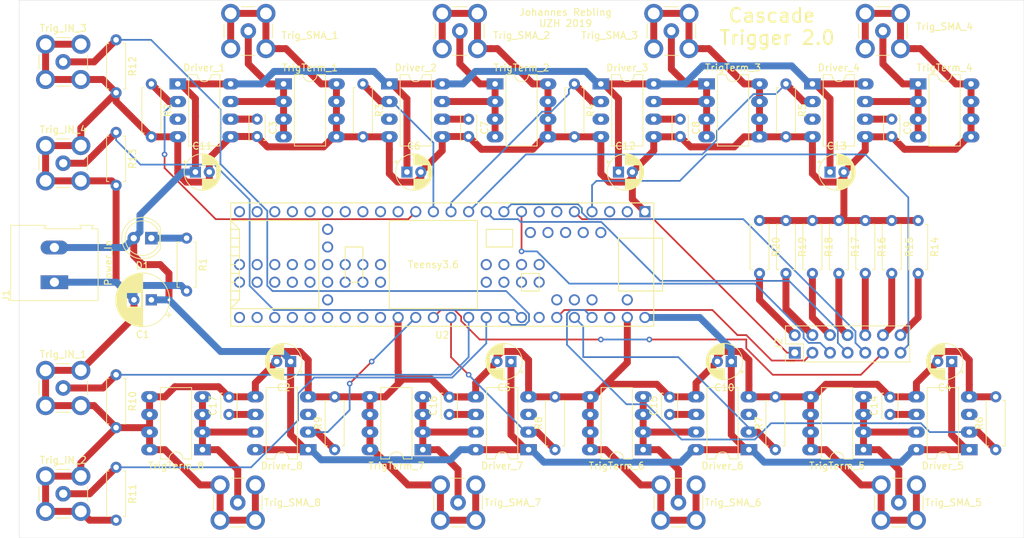
<source format=kicad_pcb>
(kicad_pcb (version 20171130) (host pcbnew "(5.1.0)-1")
  (layers (0 F.Cu signal) (31 B.Cu signal) (34 B.Paste user) (35 F.Paste user) (36 B.SilkS user) (37 F.SilkS user) (38 B.Mask user) (39 F.Mask user) (44 Edge.Cuts user))
  (net 0 "")
  (net 1 VCC)
  (net 2 GND)
  (net 3 "Net-(C3-Pad1)")
  (net 4 "Net-(D1-Pad1)")
  (net 5 "Net-(U2-Pad17)")
  (net 6 "Net-(U2-Pad18)")
  (net 7 "Net-(U2-Pad19)")
  (net 8 "Net-(U2-Pad20)")
  (net 9 "Net-(U2-Pad16)")
  (net 10 "Net-(U2-Pad15)")
  (net 11 "Net-(U2-Pad21)")
  (net 12 "Net-(U2-Pad22)")
  (net 13 "Net-(U2-Pad23)")
  (net 14 "Net-(U2-Pad24)")
  (net 15 "Net-(U2-Pad25)")
  (net 16 "Net-(U2-Pad26)")
  (net 17 "Net-(U2-Pad27)")
  (net 18 "Net-(U2-Pad28)")
  (net 19 "Net-(U2-Pad29)")
  (net 20 "Net-(U2-Pad30)")
  (net 21 "Net-(U2-Pad31)")
  (net 22 "Net-(U2-Pad32)")
  (net 23 "Net-(U2-Pad33)")
  (net 24 "Net-(U2-Pad34)")
  (net 25 "Net-(U2-Pad35)")
  (net 26 "Net-(U2-Pad36)")
  (net 27 "Net-(U2-Pad37)")
  (net 28 "Net-(U2-Pad7)")
  (net 29 "Net-(U2-Pad6)")
  (net 30 "Net-(U2-Pad3)")
  (net 31 "Net-(U2-Pad2)")
  (net 32 "Net-(U2-Pad38)")
  (net 33 "Net-(U2-Pad47)")
  (net 34 "Net-(U2-Pad51)")
  (net 35 "Net-(U2-Pad54)")
  (net 36 "Net-(U2-Pad55)")
  (net 37 "Net-(U2-Pad56)")
  (net 38 "Net-(U2-Pad57)")
  (net 39 "Net-(U2-Pad63)")
  (net 40 "Net-(U2-Pad64)")
  (net 41 "Net-(U2-Pad65)")
  (net 42 "Net-(U2-Pad66)")
  (net 43 "Net-(U2-Pad67)")
  (net 44 "Net-(U2-Pad68)")
  (net 45 "Net-(U2-Pad69)")
  (net 46 "Net-(U2-Pad70)")
  (net 47 "Net-(U2-Pad71)")
  (net 48 "Net-(U2-Pad72)")
  (net 49 "Net-(U2-Pad73)")
  (net 50 "Net-(U2-Pad74)")
  (net 51 "Net-(U2-Pad75)")
  (net 52 "Net-(U2-Pad76)")
  (net 53 "Net-(U2-Pad77)")
  (net 54 "Net-(U2-Pad78)")
  (net 55 "Net-(U2-Pad79)")
  (net 56 "Net-(U2-Pad80)")
  (net 57 "Net-(U2-Pad81)")
  (net 58 "Net-(U2-Pad82)")
  (net 59 "Net-(U2-Pad83)")
  (net 60 "Net-(U2-Pad84)")
  (net 61 "Net-(U2-Pad85)")
  (net 62 "Net-(U2-Pad86)")
  (net 63 "Net-(U2-Pad58)")
  (net 64 "Net-(U2-Pad59)")
  (net 65 "Net-(U2-Pad60)")
  (net 66 "Net-(U2-Pad61)")
  (net 67 "Net-(U2-Pad62)")
  (net 68 "Net-(Driver_1-Pad3)")
  (net 69 "Net-(Driver_1-Pad7)")
  (net 70 "Net-(Driver_2-Pad3)")
  (net 71 "Net-(Driver_2-Pad7)")
  (net 72 "Net-(C7-Pad1)")
  (net 73 "Net-(Driver_3-Pad7)")
  (net 74 "Net-(Driver_3-Pad3)")
  (net 75 "Net-(C8-Pad1)")
  (net 76 "Net-(C9-Pad1)")
  (net 77 "Net-(C14-Pad1)")
  (net 78 "Net-(C15-Pad1)")
  (net 79 "Net-(C16-Pad1)")
  (net 80 "Net-(C17-Pad1)")
  (net 81 DrvIn1)
  (net 82 DrvIn2)
  (net 83 DrvIn3)
  (net 84 "Net-(Driver_4-Pad7)")
  (net 85 "Net-(Driver_4-Pad3)")
  (net 86 DrvIn4)
  (net 87 "Net-(Driver_5-Pad7)")
  (net 88 "Net-(Driver_5-Pad3)")
  (net 89 DrvIn5)
  (net 90 "Net-(Driver_6-Pad7)")
  (net 91 "Net-(Driver_6-Pad3)")
  (net 92 DrvIn6)
  (net 93 "Net-(Driver_7-Pad7)")
  (net 94 "Net-(Driver_7-Pad3)")
  (net 95 DrvIn7)
  (net 96 "Net-(Driver_8-Pad7)")
  (net 97 "Net-(Driver_8-Pad3)")
  (net 98 DrvIn8)
  (net 99 "Net-(J2-Pad14)")
  (net 100 LedOut7)
  (net 101 "Net-(J2-Pad12)")
  (net 102 LedOut6)
  (net 103 "Net-(J2-Pad10)")
  (net 104 LedOut5)
  (net 105 "Net-(J2-Pad8)")
  (net 106 LedOut4)
  (net 107 "Net-(J2-Pad6)")
  (net 108 LedOut3)
  (net 109 "Net-(J2-Pad4)")
  (net 110 LedOut2)
  (net 111 "Net-(J2-Pad2)")
  (net 112 LedOut1)
  (net 113 TrigIn1)
  (net 114 TrigIn2)
  (net 115 TrigIn3)
  (net 116 TrigIn4)
  (module Capacitor_THT:C_Disc_D3.4mm_W2.1mm_P2.50mm (layer F.Cu) (at 108.966 49.53 90)
    (fp_text reference C15 (at 1.25 -2.3 90) (layer F.SilkS))
    (fp_text value 2nF)
    (pad 2 thru_hole circle (at 2.5 0 90) (size 1.6 1.6) (drill 0.8) (layers *.Cu *.Mask) (net 2 GND))
    (pad 1 thru_hole circle (at 0 0 90) (size 1.6 1.6) (drill 0.8) (layers *.Cu *.Mask) (net 78 "Net-(C15-Pad1)"))
  )
  (module Capacitor_THT:CP_Radial_D5.0mm_P2.00mm (layer F.Cu) (at 149.606 41.91 180)
    (fp_text reference C4 (at 1 -3.75 180) (layer F.SilkS))
    (fp_text value 4.7uF)
    (pad 2 thru_hole circle (at 2 0 180) (size 1.6 1.6) (drill 0.8) (layers *.Cu *.Mask) (net 2 GND))
    (pad 1 thru_hole rect (at 0 0 180) (size 1.6 1.6) (drill 0.8) (layers *.Cu *.Mask) (net 1 VCC))
  )
  (module Capacitor_THT:C_Disc_D3.4mm_W2.1mm_P2.50mm (layer F.Cu) (at 140.716 49.53 90)
    (fp_text reference C14 (at 1.25 -2.3 90) (layer F.SilkS))
    (fp_text value 2nF)
    (pad 2 thru_hole circle (at 2.5 0 90) (size 1.6 1.6) (drill 0.8) (layers *.Cu *.Mask) (net 2 GND))
    (pad 1 thru_hole circle (at 0 0 90) (size 1.6 1.6) (drill 0.8) (layers *.Cu *.Mask) (net 77 "Net-(C14-Pad1)"))
  )
  (module Package_DIP:DIP-8_W7.62mm_LongPads (layer F.Cu) (at 120.396 54.61 180)
    (fp_text reference Driver_6 (at 3.81 -2.33 180) (layer F.SilkS))
    (fp_text value EL7104)
    (pad 8 thru_hole oval (at 7.62 0 180) (size 2.4 1.6) (drill 0.8) (layers *.Cu *.Mask) (net 1 VCC))
    (pad 4 thru_hole oval (at 0 7.62 180) (size 2.4 1.6) (drill 0.8) (layers *.Cu *.Mask) (net 2 GND))
    (pad 7 thru_hole oval (at 7.62 2.54 180) (size 2.4 1.6) (drill 0.8) (layers *.Cu *.Mask) (net 90 "Net-(Driver_6-Pad7)"))
    (pad 3 thru_hole oval (at 0 5.08 180) (size 2.4 1.6) (drill 0.8) (layers *.Cu *.Mask) (net 91 "Net-(Driver_6-Pad3)"))
    (pad 6 thru_hole oval (at 7.62 5.08 180) (size 2.4 1.6) (drill 0.8) (layers *.Cu *.Mask) (net 78 "Net-(C15-Pad1)"))
    (pad 2 thru_hole oval (at 0 2.54 180) (size 2.4 1.6) (drill 0.8) (layers *.Cu *.Mask) (net 92 DrvIn6))
    (pad 5 thru_hole oval (at 7.62 7.62 180) (size 2.4 1.6) (drill 0.8) (layers *.Cu *.Mask) (net 2 GND))
    (pad 1 thru_hole rect (at 0 0 180) (size 2.4 1.6) (drill 0.8) (layers *.Cu *.Mask) (net 1 VCC))
  )
  (module Capacitor_THT:CP_Radial_D5.0mm_P2.00mm (layer F.Cu) (at 54.356 41.91 180)
    (fp_text reference C2 (at 1 -3.75 180) (layer F.SilkS))
    (fp_text value 4.7uF)
    (pad 2 thru_hole circle (at 2 0 180) (size 1.6 1.6) (drill 0.8) (layers *.Cu *.Mask) (net 2 GND))
    (pad 1 thru_hole rect (at 0 0 180) (size 1.6 1.6) (drill 0.8) (layers *.Cu *.Mask) (net 1 VCC))
  )
  (module Capacitor_THT:CP_Radial_D5.0mm_P2.00mm (layer F.Cu) (at 86.106 41.91 180)
    (fp_text reference C5 (at 1 -3.75 180) (layer F.SilkS))
    (fp_text value 4.7uF)
    (pad 2 thru_hole circle (at 2 0 180) (size 1.6 1.6) (drill 0.8) (layers *.Cu *.Mask) (net 2 GND))
    (pad 1 thru_hole rect (at 0 0 180) (size 1.6 1.6) (drill 0.8) (layers *.Cu *.Mask) (net 1 VCC))
  )
  (module Capacitor_THT:CP_Radial_D5.0mm_P2.00mm (layer F.Cu) (at 117.856 41.91 180)
    (fp_text reference C10 (at 1 -3.75 180) (layer F.SilkS))
    (fp_text value 4.7uF)
    (pad 2 thru_hole circle (at 2 0 180) (size 1.6 1.6) (drill 0.8) (layers *.Cu *.Mask) (net 2 GND))
    (pad 1 thru_hole rect (at 0 0 180) (size 1.6 1.6) (drill 0.8) (layers *.Cu *.Mask) (net 1 VCC))
  )
  (module Capacitor_THT:C_Disc_D3.4mm_W2.1mm_P2.50mm (layer F.Cu) (at 45.466 49.53 90)
    (fp_text reference C17 (at 1.25 -2.3 90) (layer F.SilkS))
    (fp_text value 2nF)
    (pad 2 thru_hole circle (at 2.5 0 90) (size 1.6 1.6) (drill 0.8) (layers *.Cu *.Mask) (net 2 GND))
    (pad 1 thru_hole circle (at 0 0 90) (size 1.6 1.6) (drill 0.8) (layers *.Cu *.Mask) (net 80 "Net-(C17-Pad1)"))
  )
  (module Capacitor_THT:C_Disc_D3.4mm_W2.1mm_P2.50mm (layer F.Cu) (at 77.216 49.53 90)
    (fp_text reference C16 (at 1.25 -2.3 90) (layer F.SilkS))
    (fp_text value 2nF)
    (pad 2 thru_hole circle (at 2.5 0 90) (size 1.6 1.6) (drill 0.8) (layers *.Cu *.Mask) (net 2 GND))
    (pad 1 thru_hole circle (at 0 0 90) (size 1.6 1.6) (drill 0.8) (layers *.Cu *.Mask) (net 79 "Net-(C16-Pad1)"))
  )
  (module Package_DIP:DIP-8_W7.62mm_LongPads (layer F.Cu) (at 152.146 54.61 180)
    (fp_text reference Driver_5 (at 3.81 -2.33 180) (layer F.SilkS))
    (fp_text value EL7104)
    (pad 8 thru_hole oval (at 7.62 0 180) (size 2.4 1.6) (drill 0.8) (layers *.Cu *.Mask) (net 1 VCC))
    (pad 4 thru_hole oval (at 0 7.62 180) (size 2.4 1.6) (drill 0.8) (layers *.Cu *.Mask) (net 2 GND))
    (pad 7 thru_hole oval (at 7.62 2.54 180) (size 2.4 1.6) (drill 0.8) (layers *.Cu *.Mask) (net 87 "Net-(Driver_5-Pad7)"))
    (pad 3 thru_hole oval (at 0 5.08 180) (size 2.4 1.6) (drill 0.8) (layers *.Cu *.Mask) (net 88 "Net-(Driver_5-Pad3)"))
    (pad 6 thru_hole oval (at 7.62 5.08 180) (size 2.4 1.6) (drill 0.8) (layers *.Cu *.Mask) (net 77 "Net-(C14-Pad1)"))
    (pad 2 thru_hole oval (at 0 2.54 180) (size 2.4 1.6) (drill 0.8) (layers *.Cu *.Mask) (net 89 DrvIn5))
    (pad 5 thru_hole oval (at 7.62 7.62 180) (size 2.4 1.6) (drill 0.8) (layers *.Cu *.Mask) (net 2 GND))
    (pad 1 thru_hole rect (at 0 0 180) (size 2.4 1.6) (drill 0.8) (layers *.Cu *.Mask) (net 1 VCC))
  )
  (module Resistor_THT:R_Axial_DIN0207_L6.3mm_D2.5mm_P7.62mm_Horizontal (layer F.Cu) (at 155.956 54.61 90)
    (fp_text reference R6 (at 3.81 -2.37 90) (layer F.SilkS))
    (fp_text value 10k)
    (pad 2 thru_hole oval (at 7.62 0 90) (size 1.6 1.6) (drill 0.8) (layers *.Cu *.Mask) (net 2 GND))
    (pad 1 thru_hole circle (at 0 0 90) (size 1.6 1.6) (drill 0.8) (layers *.Cu *.Mask) (net 89 DrvIn5))
  )
  (module Package_DIP:DIP-8_W7.62mm_LongPads (layer F.Cu) (at 88.646 54.61 180)
    (fp_text reference Driver_7 (at 3.81 -2.33 180) (layer F.SilkS))
    (fp_text value EL7104)
    (pad 8 thru_hole oval (at 7.62 0 180) (size 2.4 1.6) (drill 0.8) (layers *.Cu *.Mask) (net 1 VCC))
    (pad 4 thru_hole oval (at 0 7.62 180) (size 2.4 1.6) (drill 0.8) (layers *.Cu *.Mask) (net 2 GND))
    (pad 7 thru_hole oval (at 7.62 2.54 180) (size 2.4 1.6) (drill 0.8) (layers *.Cu *.Mask) (net 93 "Net-(Driver_7-Pad7)"))
    (pad 3 thru_hole oval (at 0 5.08 180) (size 2.4 1.6) (drill 0.8) (layers *.Cu *.Mask) (net 94 "Net-(Driver_7-Pad3)"))
    (pad 6 thru_hole oval (at 7.62 5.08 180) (size 2.4 1.6) (drill 0.8) (layers *.Cu *.Mask) (net 79 "Net-(C16-Pad1)"))
    (pad 2 thru_hole oval (at 0 2.54 180) (size 2.4 1.6) (drill 0.8) (layers *.Cu *.Mask) (net 95 DrvIn7))
    (pad 5 thru_hole oval (at 7.62 7.62 180) (size 2.4 1.6) (drill 0.8) (layers *.Cu *.Mask) (net 2 GND))
    (pad 1 thru_hole rect (at 0 0 180) (size 2.4 1.6) (drill 0.8) (layers *.Cu *.Mask) (net 1 VCC))
  )
  (module Package_DIP:DIP-8_W7.62mm_LongPads (layer F.Cu) (at 56.896 54.61 180)
    (fp_text reference Driver_8 (at 3.81 -2.33 180) (layer F.SilkS))
    (fp_text value EL7104)
    (pad 8 thru_hole oval (at 7.62 0 180) (size 2.4 1.6) (drill 0.8) (layers *.Cu *.Mask) (net 1 VCC))
    (pad 4 thru_hole oval (at 0 7.62 180) (size 2.4 1.6) (drill 0.8) (layers *.Cu *.Mask) (net 2 GND))
    (pad 7 thru_hole oval (at 7.62 2.54 180) (size 2.4 1.6) (drill 0.8) (layers *.Cu *.Mask) (net 96 "Net-(Driver_8-Pad7)"))
    (pad 3 thru_hole oval (at 0 5.08 180) (size 2.4 1.6) (drill 0.8) (layers *.Cu *.Mask) (net 97 "Net-(Driver_8-Pad3)"))
    (pad 6 thru_hole oval (at 7.62 5.08 180) (size 2.4 1.6) (drill 0.8) (layers *.Cu *.Mask) (net 80 "Net-(C17-Pad1)"))
    (pad 2 thru_hole oval (at 0 2.54 180) (size 2.4 1.6) (drill 0.8) (layers *.Cu *.Mask) (net 98 DrvIn8))
    (pad 5 thru_hole oval (at 7.62 7.62 180) (size 2.4 1.6) (drill 0.8) (layers *.Cu *.Mask) (net 2 GND))
    (pad 1 thru_hole rect (at 0 0 180) (size 2.4 1.6) (drill 0.8) (layers *.Cu *.Mask) (net 1 VCC))
  )
  (module Resistor_THT:R_Axial_DIN0207_L6.3mm_D2.5mm_P7.62mm_Horizontal (layer F.Cu) (at 124.206 54.61 90)
    (fp_text reference R7 (at 3.81 -2.37 90) (layer F.SilkS))
    (fp_text value 10k)
    (pad 2 thru_hole oval (at 7.62 0 90) (size 1.6 1.6) (drill 0.8) (layers *.Cu *.Mask) (net 2 GND))
    (pad 1 thru_hole circle (at 0 0 90) (size 1.6 1.6) (drill 0.8) (layers *.Cu *.Mask) (net 92 DrvIn6))
  )
  (module Resistor_THT:R_Axial_DIN0207_L6.3mm_D2.5mm_P7.62mm_Horizontal (layer F.Cu) (at 92.456 54.61 90)
    (fp_text reference R8 (at 3.81 -2.37 90) (layer F.SilkS))
    (fp_text value 10k)
    (pad 2 thru_hole oval (at 7.62 0 90) (size 1.6 1.6) (drill 0.8) (layers *.Cu *.Mask) (net 2 GND))
    (pad 1 thru_hole circle (at 0 0 90) (size 1.6 1.6) (drill 0.8) (layers *.Cu *.Mask) (net 95 DrvIn7))
  )
  (module Resistor_THT:R_Axial_DIN0207_L6.3mm_D2.5mm_P7.62mm_Horizontal (layer F.Cu) (at 60.706 54.61 90)
    (fp_text reference R9 (at 3.81 -2.37 90) (layer F.SilkS))
    (fp_text value 10k)
    (pad 2 thru_hole oval (at 7.62 0 90) (size 1.6 1.6) (drill 0.8) (layers *.Cu *.Mask) (net 2 GND))
    (pad 1 thru_hole circle (at 0 0 90) (size 1.6 1.6) (drill 0.8) (layers *.Cu *.Mask) (net 98 DrvIn8))
  )
  (module Connector_Coaxial:SMB_Jack_Vertical (layer F.Cu) (at 141.986 62.23 180)
    (fp_text reference Trig_SMA_5 (at -7.874 0 180) (layer F.SilkS))
    (fp_text value Trig_SMA)
    (pad 1 thru_hole circle (at 0 0 180) (size 2.24 2.24) (drill 1.2) (layers *.Cu *.Mask) (net 87 "Net-(Driver_5-Pad7)"))
    (pad 2 thru_hole circle (at -2.54 -2.54 180) (size 2.74 2.74) (drill 1.7) (layers *.Cu *.Mask) (net 2 GND))
    (pad 2 thru_hole circle (at 2.54 -2.54 180) (size 2.74 2.74) (drill 1.7) (layers *.Cu *.Mask) (net 2 GND))
    (pad 2 thru_hole circle (at 2.54 2.54 180) (size 2.74 2.74) (drill 1.7) (layers *.Cu *.Mask) (net 2 GND))
    (pad 2 thru_hole circle (at -2.54 2.54 180) (size 2.74 2.74) (drill 1.7) (layers *.Cu *.Mask) (net 2 GND))
  )
  (module Connector_Coaxial:SMB_Jack_Vertical (layer F.Cu) (at 46.736 62.23 180)
    (fp_text reference Trig_SMA_8 (at -7.874 0 180) (layer F.SilkS))
    (fp_text value Trig_SMA)
    (pad 1 thru_hole circle (at 0 0 180) (size 2.24 2.24) (drill 1.2) (layers *.Cu *.Mask) (net 96 "Net-(Driver_8-Pad7)"))
    (pad 2 thru_hole circle (at -2.54 -2.54 180) (size 2.74 2.74) (drill 1.7) (layers *.Cu *.Mask) (net 2 GND))
    (pad 2 thru_hole circle (at 2.54 -2.54 180) (size 2.74 2.74) (drill 1.7) (layers *.Cu *.Mask) (net 2 GND))
    (pad 2 thru_hole circle (at 2.54 2.54 180) (size 2.74 2.74) (drill 1.7) (layers *.Cu *.Mask) (net 2 GND))
    (pad 2 thru_hole circle (at -2.54 2.54 180) (size 2.74 2.74) (drill 1.7) (layers *.Cu *.Mask) (net 2 GND))
  )
  (module Package_DIP:DIP-8_W7.62mm_LongPads (layer F.Cu) (at 41.656 54.61 180)
    (fp_text reference TrigTerm_8 (at 3.81 -2.33 180) (layer F.SilkS))
    (fp_text value Trig1_Term)
    (pad 8 thru_hole oval (at 7.62 0 180) (size 2.4 1.6) (drill 0.8) (layers *.Cu *.Mask) (net 2 GND))
    (pad 4 thru_hole oval (at 0 7.62 180) (size 2.4 1.6) (drill 0.8) (layers *.Cu *.Mask) (net 96 "Net-(Driver_8-Pad7)"))
    (pad 7 thru_hole oval (at 7.62 2.54 180) (size 2.4 1.6) (drill 0.8) (layers *.Cu *.Mask) (net 2 GND))
    (pad 3 thru_hole oval (at 0 5.08 180) (size 2.4 1.6) (drill 0.8) (layers *.Cu *.Mask) (net 96 "Net-(Driver_8-Pad7)"))
    (pad 6 thru_hole oval (at 7.62 5.08 180) (size 2.4 1.6) (drill 0.8) (layers *.Cu *.Mask) (net 2 GND))
    (pad 2 thru_hole oval (at 0 2.54 180) (size 2.4 1.6) (drill 0.8) (layers *.Cu *.Mask) (net 96 "Net-(Driver_8-Pad7)"))
    (pad 5 thru_hole oval (at 7.62 7.62 180) (size 2.4 1.6) (drill 0.8) (layers *.Cu *.Mask) (net 2 GND))
    (pad 1 thru_hole rect (at 0 0 180) (size 2.4 1.6) (drill 0.8) (layers *.Cu *.Mask) (net 96 "Net-(Driver_8-Pad7)"))
  )
  (module Connector_Coaxial:SMB_Jack_Vertical (layer F.Cu) (at 78.486 62.23 180)
    (fp_text reference Trig_SMA_7 (at -7.874 0 180) (layer F.SilkS))
    (fp_text value Trig_SMA)
    (pad 1 thru_hole circle (at 0 0 180) (size 2.24 2.24) (drill 1.2) (layers *.Cu *.Mask) (net 93 "Net-(Driver_7-Pad7)"))
    (pad 2 thru_hole circle (at -2.54 -2.54 180) (size 2.74 2.74) (drill 1.7) (layers *.Cu *.Mask) (net 2 GND))
    (pad 2 thru_hole circle (at 2.54 -2.54 180) (size 2.74 2.74) (drill 1.7) (layers *.Cu *.Mask) (net 2 GND))
    (pad 2 thru_hole circle (at 2.54 2.54 180) (size 2.74 2.74) (drill 1.7) (layers *.Cu *.Mask) (net 2 GND))
    (pad 2 thru_hole circle (at -2.54 2.54 180) (size 2.74 2.74) (drill 1.7) (layers *.Cu *.Mask) (net 2 GND))
  )
  (module Package_DIP:DIP-8_W7.62mm_LongPads (layer F.Cu) (at 105.156 54.61 180)
    (fp_text reference TrigTerm_6 (at 3.81 -2.33 180) (layer F.SilkS))
    (fp_text value Trig1_Term)
    (pad 8 thru_hole oval (at 7.62 0 180) (size 2.4 1.6) (drill 0.8) (layers *.Cu *.Mask) (net 2 GND))
    (pad 4 thru_hole oval (at 0 7.62 180) (size 2.4 1.6) (drill 0.8) (layers *.Cu *.Mask) (net 90 "Net-(Driver_6-Pad7)"))
    (pad 7 thru_hole oval (at 7.62 2.54 180) (size 2.4 1.6) (drill 0.8) (layers *.Cu *.Mask) (net 2 GND))
    (pad 3 thru_hole oval (at 0 5.08 180) (size 2.4 1.6) (drill 0.8) (layers *.Cu *.Mask) (net 90 "Net-(Driver_6-Pad7)"))
    (pad 6 thru_hole oval (at 7.62 5.08 180) (size 2.4 1.6) (drill 0.8) (layers *.Cu *.Mask) (net 2 GND))
    (pad 2 thru_hole oval (at 0 2.54 180) (size 2.4 1.6) (drill 0.8) (layers *.Cu *.Mask) (net 90 "Net-(Driver_6-Pad7)"))
    (pad 5 thru_hole oval (at 7.62 7.62 180) (size 2.4 1.6) (drill 0.8) (layers *.Cu *.Mask) (net 2 GND))
    (pad 1 thru_hole rect (at 0 0 180) (size 2.4 1.6) (drill 0.8) (layers *.Cu *.Mask) (net 90 "Net-(Driver_6-Pad7)"))
  )
  (module Connector_Coaxial:SMB_Jack_Vertical (layer F.Cu) (at 110.236 62.23 180)
    (fp_text reference Trig_SMA_6 (at -7.874 0 180) (layer F.SilkS))
    (fp_text value Trig_SMA)
    (pad 1 thru_hole circle (at 0 0 180) (size 2.24 2.24) (drill 1.2) (layers *.Cu *.Mask) (net 90 "Net-(Driver_6-Pad7)"))
    (pad 2 thru_hole circle (at -2.54 -2.54 180) (size 2.74 2.74) (drill 1.7) (layers *.Cu *.Mask) (net 2 GND))
    (pad 2 thru_hole circle (at 2.54 -2.54 180) (size 2.74 2.74) (drill 1.7) (layers *.Cu *.Mask) (net 2 GND))
    (pad 2 thru_hole circle (at 2.54 2.54 180) (size 2.74 2.74) (drill 1.7) (layers *.Cu *.Mask) (net 2 GND))
    (pad 2 thru_hole circle (at -2.54 2.54 180) (size 2.74 2.74) (drill 1.7) (layers *.Cu *.Mask) (net 2 GND))
  )
  (module Package_DIP:DIP-8_W7.62mm_LongPads (layer F.Cu) (at 136.906 54.61 180)
    (fp_text reference TrigTerm_5 (at 3.81 -2.33 180) (layer F.SilkS))
    (fp_text value Trig1_Term)
    (pad 8 thru_hole oval (at 7.62 0 180) (size 2.4 1.6) (drill 0.8) (layers *.Cu *.Mask) (net 2 GND))
    (pad 4 thru_hole oval (at 0 7.62 180) (size 2.4 1.6) (drill 0.8) (layers *.Cu *.Mask) (net 87 "Net-(Driver_5-Pad7)"))
    (pad 7 thru_hole oval (at 7.62 2.54 180) (size 2.4 1.6) (drill 0.8) (layers *.Cu *.Mask) (net 2 GND))
    (pad 3 thru_hole oval (at 0 5.08 180) (size 2.4 1.6) (drill 0.8) (layers *.Cu *.Mask) (net 87 "Net-(Driver_5-Pad7)"))
    (pad 6 thru_hole oval (at 7.62 5.08 180) (size 2.4 1.6) (drill 0.8) (layers *.Cu *.Mask) (net 2 GND))
    (pad 2 thru_hole oval (at 0 2.54 180) (size 2.4 1.6) (drill 0.8) (layers *.Cu *.Mask) (net 87 "Net-(Driver_5-Pad7)"))
    (pad 5 thru_hole oval (at 7.62 7.62 180) (size 2.4 1.6) (drill 0.8) (layers *.Cu *.Mask) (net 2 GND))
    (pad 1 thru_hole rect (at 0 0 180) (size 2.4 1.6) (drill 0.8) (layers *.Cu *.Mask) (net 87 "Net-(Driver_5-Pad7)"))
  )
  (module Package_DIP:DIP-8_W7.62mm_LongPads (layer F.Cu) (at 73.406 54.61 180)
    (fp_text reference TrigTerm_7 (at 3.81 -2.33 180) (layer F.SilkS))
    (fp_text value Trig1_Term)
    (pad 8 thru_hole oval (at 7.62 0 180) (size 2.4 1.6) (drill 0.8) (layers *.Cu *.Mask) (net 2 GND))
    (pad 4 thru_hole oval (at 0 7.62 180) (size 2.4 1.6) (drill 0.8) (layers *.Cu *.Mask) (net 93 "Net-(Driver_7-Pad7)"))
    (pad 7 thru_hole oval (at 7.62 2.54 180) (size 2.4 1.6) (drill 0.8) (layers *.Cu *.Mask) (net 2 GND))
    (pad 3 thru_hole oval (at 0 5.08 180) (size 2.4 1.6) (drill 0.8) (layers *.Cu *.Mask) (net 93 "Net-(Driver_7-Pad7)"))
    (pad 6 thru_hole oval (at 7.62 5.08 180) (size 2.4 1.6) (drill 0.8) (layers *.Cu *.Mask) (net 2 GND))
    (pad 2 thru_hole oval (at 0 2.54 180) (size 2.4 1.6) (drill 0.8) (layers *.Cu *.Mask) (net 93 "Net-(Driver_7-Pad7)"))
    (pad 5 thru_hole oval (at 7.62 7.62 180) (size 2.4 1.6) (drill 0.8) (layers *.Cu *.Mask) (net 2 GND))
    (pad 1 thru_hole rect (at 0 0 180) (size 2.4 1.6) (drill 0.8) (layers *.Cu *.Mask) (net 93 "Net-(Driver_7-Pad7)"))
  )
  (module Package_DIP:DIP-8_W7.62mm_LongPads (layer F.Cu) (at 129.54 1.905)
    (fp_text reference Driver_4 (at 3.81 -2.33) (layer F.SilkS))
    (fp_text value EL7104)
    (pad 8 thru_hole oval (at 7.62 0) (size 2.4 1.6) (drill 0.8) (layers *.Cu *.Mask) (net 1 VCC))
    (pad 4 thru_hole oval (at 0 7.62) (size 2.4 1.6) (drill 0.8) (layers *.Cu *.Mask) (net 2 GND))
    (pad 7 thru_hole oval (at 7.62 2.54) (size 2.4 1.6) (drill 0.8) (layers *.Cu *.Mask) (net 84 "Net-(Driver_4-Pad7)"))
    (pad 3 thru_hole oval (at 0 5.08) (size 2.4 1.6) (drill 0.8) (layers *.Cu *.Mask) (net 85 "Net-(Driver_4-Pad3)"))
    (pad 6 thru_hole oval (at 7.62 5.08) (size 2.4 1.6) (drill 0.8) (layers *.Cu *.Mask) (net 76 "Net-(C9-Pad1)"))
    (pad 2 thru_hole oval (at 0 2.54) (size 2.4 1.6) (drill 0.8) (layers *.Cu *.Mask) (net 86 DrvIn4))
    (pad 5 thru_hole oval (at 7.62 7.62) (size 2.4 1.6) (drill 0.8) (layers *.Cu *.Mask) (net 2 GND))
    (pad 1 thru_hole rect (at 0 0) (size 2.4 1.6) (drill 0.8) (layers *.Cu *.Mask) (net 1 VCC))
  )
  (module Package_DIP:DIP-8_W7.62mm_LongPads (layer F.Cu) (at 144.78 1.905)
    (fp_text reference TrigTerm_4 (at 3.81 -2.33) (layer F.SilkS))
    (fp_text value Trig1_Term)
    (pad 8 thru_hole oval (at 7.62 0) (size 2.4 1.6) (drill 0.8) (layers *.Cu *.Mask) (net 2 GND))
    (pad 4 thru_hole oval (at 0 7.62) (size 2.4 1.6) (drill 0.8) (layers *.Cu *.Mask) (net 84 "Net-(Driver_4-Pad7)"))
    (pad 7 thru_hole oval (at 7.62 2.54) (size 2.4 1.6) (drill 0.8) (layers *.Cu *.Mask) (net 2 GND))
    (pad 3 thru_hole oval (at 0 5.08) (size 2.4 1.6) (drill 0.8) (layers *.Cu *.Mask) (net 84 "Net-(Driver_4-Pad7)"))
    (pad 6 thru_hole oval (at 7.62 5.08) (size 2.4 1.6) (drill 0.8) (layers *.Cu *.Mask) (net 2 GND))
    (pad 2 thru_hole oval (at 0 2.54) (size 2.4 1.6) (drill 0.8) (layers *.Cu *.Mask) (net 84 "Net-(Driver_4-Pad7)"))
    (pad 5 thru_hole oval (at 7.62 7.62) (size 2.4 1.6) (drill 0.8) (layers *.Cu *.Mask) (net 2 GND))
    (pad 1 thru_hole rect (at 0 0) (size 2.4 1.6) (drill 0.8) (layers *.Cu *.Mask) (net 84 "Net-(Driver_4-Pad7)"))
  )
  (module Package_DIP:DIP-8_W7.62mm_LongPads (layer F.Cu) (at 114.3 1.905)
    (fp_text reference TrigTerm_3 (at 3.81 -2.33) (layer F.SilkS))
    (fp_text value Trig1_Term)
    (pad 8 thru_hole oval (at 7.62 0) (size 2.4 1.6) (drill 0.8) (layers *.Cu *.Mask) (net 2 GND))
    (pad 4 thru_hole oval (at 0 7.62) (size 2.4 1.6) (drill 0.8) (layers *.Cu *.Mask) (net 73 "Net-(Driver_3-Pad7)"))
    (pad 7 thru_hole oval (at 7.62 2.54) (size 2.4 1.6) (drill 0.8) (layers *.Cu *.Mask) (net 2 GND))
    (pad 3 thru_hole oval (at 0 5.08) (size 2.4 1.6) (drill 0.8) (layers *.Cu *.Mask) (net 73 "Net-(Driver_3-Pad7)"))
    (pad 6 thru_hole oval (at 7.62 5.08) (size 2.4 1.6) (drill 0.8) (layers *.Cu *.Mask) (net 2 GND))
    (pad 2 thru_hole oval (at 0 2.54) (size 2.4 1.6) (drill 0.8) (layers *.Cu *.Mask) (net 73 "Net-(Driver_3-Pad7)"))
    (pad 5 thru_hole oval (at 7.62 7.62) (size 2.4 1.6) (drill 0.8) (layers *.Cu *.Mask) (net 2 GND))
    (pad 1 thru_hole rect (at 0 0) (size 2.4 1.6) (drill 0.8) (layers *.Cu *.Mask) (net 73 "Net-(Driver_3-Pad7)"))
  )
  (module Package_DIP:DIP-8_W7.62mm_LongPads (layer F.Cu) (at 83.82 1.905)
    (fp_text reference TrigTerm_2 (at 3.81 -2.33) (layer F.SilkS))
    (fp_text value Trig1_Term)
    (pad 8 thru_hole oval (at 7.62 0) (size 2.4 1.6) (drill 0.8) (layers *.Cu *.Mask) (net 2 GND))
    (pad 4 thru_hole oval (at 0 7.62) (size 2.4 1.6) (drill 0.8) (layers *.Cu *.Mask) (net 71 "Net-(Driver_2-Pad7)"))
    (pad 7 thru_hole oval (at 7.62 2.54) (size 2.4 1.6) (drill 0.8) (layers *.Cu *.Mask) (net 2 GND))
    (pad 3 thru_hole oval (at 0 5.08) (size 2.4 1.6) (drill 0.8) (layers *.Cu *.Mask) (net 71 "Net-(Driver_2-Pad7)"))
    (pad 6 thru_hole oval (at 7.62 5.08) (size 2.4 1.6) (drill 0.8) (layers *.Cu *.Mask) (net 2 GND))
    (pad 2 thru_hole oval (at 0 2.54) (size 2.4 1.6) (drill 0.8) (layers *.Cu *.Mask) (net 71 "Net-(Driver_2-Pad7)"))
    (pad 5 thru_hole oval (at 7.62 7.62) (size 2.4 1.6) (drill 0.8) (layers *.Cu *.Mask) (net 2 GND))
    (pad 1 thru_hole rect (at 0 0) (size 2.4 1.6) (drill 0.8) (layers *.Cu *.Mask) (net 71 "Net-(Driver_2-Pad7)"))
  )
  (module Package_DIP:DIP-8_W7.62mm_LongPads (layer F.Cu) (at 53.34 1.905)
    (fp_text reference TrigTerm_1 (at 3.81 -2.33) (layer F.SilkS))
    (fp_text value Trig1_Term)
    (pad 8 thru_hole oval (at 7.62 0) (size 2.4 1.6) (drill 0.8) (layers *.Cu *.Mask) (net 2 GND))
    (pad 4 thru_hole oval (at 0 7.62) (size 2.4 1.6) (drill 0.8) (layers *.Cu *.Mask) (net 69 "Net-(Driver_1-Pad7)"))
    (pad 7 thru_hole oval (at 7.62 2.54) (size 2.4 1.6) (drill 0.8) (layers *.Cu *.Mask) (net 2 GND))
    (pad 3 thru_hole oval (at 0 5.08) (size 2.4 1.6) (drill 0.8) (layers *.Cu *.Mask) (net 69 "Net-(Driver_1-Pad7)"))
    (pad 6 thru_hole oval (at 7.62 5.08) (size 2.4 1.6) (drill 0.8) (layers *.Cu *.Mask) (net 2 GND))
    (pad 2 thru_hole oval (at 0 2.54) (size 2.4 1.6) (drill 0.8) (layers *.Cu *.Mask) (net 69 "Net-(Driver_1-Pad7)"))
    (pad 5 thru_hole oval (at 7.62 7.62) (size 2.4 1.6) (drill 0.8) (layers *.Cu *.Mask) (net 2 GND))
    (pad 1 thru_hole rect (at 0 0) (size 2.4 1.6) (drill 0.8) (layers *.Cu *.Mask) (net 69 "Net-(Driver_1-Pad7)"))
  )
  (module Connector_Coaxial:SMB_Jack_Vertical (layer F.Cu) (at 139.7 -5.715)
    (fp_text reference Trig_SMA_4 (at 8.89 -0.635) (layer F.SilkS))
    (fp_text value Trig_SMA)
    (pad 1 thru_hole circle (at 0 0) (size 2.24 2.24) (drill 1.2) (layers *.Cu *.Mask) (net 84 "Net-(Driver_4-Pad7)"))
    (pad 2 thru_hole circle (at -2.54 -2.54) (size 2.74 2.74) (drill 1.7) (layers *.Cu *.Mask) (net 2 GND))
    (pad 2 thru_hole circle (at 2.54 -2.54) (size 2.74 2.74) (drill 1.7) (layers *.Cu *.Mask) (net 2 GND))
    (pad 2 thru_hole circle (at 2.54 2.54) (size 2.74 2.74) (drill 1.7) (layers *.Cu *.Mask) (net 2 GND))
    (pad 2 thru_hole circle (at -2.54 2.54) (size 2.74 2.74) (drill 1.7) (layers *.Cu *.Mask) (net 2 GND))
  )
  (module Connector_Coaxial:SMB_Jack_Vertical (layer F.Cu) (at 109.22 -5.715)
    (fp_text reference Trig_SMA_3 (at -8.89 0.635) (layer F.SilkS))
    (fp_text value Trig_SMA)
    (pad 1 thru_hole circle (at 0 0) (size 2.24 2.24) (drill 1.2) (layers *.Cu *.Mask) (net 73 "Net-(Driver_3-Pad7)"))
    (pad 2 thru_hole circle (at -2.54 -2.54) (size 2.74 2.74) (drill 1.7) (layers *.Cu *.Mask) (net 2 GND))
    (pad 2 thru_hole circle (at 2.54 -2.54) (size 2.74 2.74) (drill 1.7) (layers *.Cu *.Mask) (net 2 GND))
    (pad 2 thru_hole circle (at 2.54 2.54) (size 2.74 2.74) (drill 1.7) (layers *.Cu *.Mask) (net 2 GND))
    (pad 2 thru_hole circle (at -2.54 2.54) (size 2.74 2.74) (drill 1.7) (layers *.Cu *.Mask) (net 2 GND))
  )
  (module Connector_Coaxial:SMB_Jack_Vertical (layer F.Cu) (at 78.74 -5.715)
    (fp_text reference Trig_SMA_2 (at 8.89 0.635) (layer F.SilkS))
    (fp_text value Trig_SMA)
    (pad 1 thru_hole circle (at 0 0) (size 2.24 2.24) (drill 1.2) (layers *.Cu *.Mask) (net 71 "Net-(Driver_2-Pad7)"))
    (pad 2 thru_hole circle (at -2.54 -2.54) (size 2.74 2.74) (drill 1.7) (layers *.Cu *.Mask) (net 2 GND))
    (pad 2 thru_hole circle (at 2.54 -2.54) (size 2.74 2.74) (drill 1.7) (layers *.Cu *.Mask) (net 2 GND))
    (pad 2 thru_hole circle (at 2.54 2.54) (size 2.74 2.74) (drill 1.7) (layers *.Cu *.Mask) (net 2 GND))
    (pad 2 thru_hole circle (at -2.54 2.54) (size 2.74 2.74) (drill 1.7) (layers *.Cu *.Mask) (net 2 GND))
  )
  (module Connector_Coaxial:SMB_Jack_Vertical (layer F.Cu) (at 48.26 -5.715)
    (fp_text reference Trig_SMA_1 (at 8.89 0.635) (layer F.SilkS))
    (fp_text value Trig_SMA)
    (pad 1 thru_hole circle (at 0 0) (size 2.24 2.24) (drill 1.2) (layers *.Cu *.Mask) (net 69 "Net-(Driver_1-Pad7)"))
    (pad 2 thru_hole circle (at -2.54 -2.54) (size 2.74 2.74) (drill 1.7) (layers *.Cu *.Mask) (net 2 GND))
    (pad 2 thru_hole circle (at 2.54 -2.54) (size 2.74 2.74) (drill 1.7) (layers *.Cu *.Mask) (net 2 GND))
    (pad 2 thru_hole circle (at 2.54 2.54) (size 2.74 2.74) (drill 1.7) (layers *.Cu *.Mask) (net 2 GND))
    (pad 2 thru_hole circle (at -2.54 2.54) (size 2.74 2.74) (drill 1.7) (layers *.Cu *.Mask) (net 2 GND))
  )
  (module Connector_Coaxial:SMB_Jack_Vertical (layer F.Cu) (at 21.59 13.335)
    (fp_text reference Trig_IN_4 (at 0 -4.85) (layer F.SilkS))
    (fp_text value Trig_SMA)
    (pad 1 thru_hole circle (at 0 0) (size 2.24 2.24) (drill 1.2) (layers *.Cu *.Mask) (net 116 TrigIn4))
    (pad 2 thru_hole circle (at -2.54 -2.54) (size 2.74 2.74) (drill 1.7) (layers *.Cu *.Mask) (net 2 GND))
    (pad 2 thru_hole circle (at 2.54 -2.54) (size 2.74 2.74) (drill 1.7) (layers *.Cu *.Mask) (net 2 GND))
    (pad 2 thru_hole circle (at 2.54 2.54) (size 2.74 2.74) (drill 1.7) (layers *.Cu *.Mask) (net 2 GND))
    (pad 2 thru_hole circle (at -2.54 2.54) (size 2.74 2.74) (drill 1.7) (layers *.Cu *.Mask) (net 2 GND))
  )
  (module Connector_Coaxial:SMB_Jack_Vertical (layer F.Cu) (at 21.59 -1.27)
    (fp_text reference Trig_IN_3 (at 0 -4.85) (layer F.SilkS))
    (fp_text value Trig_SMA)
    (pad 1 thru_hole circle (at 0 0) (size 2.24 2.24) (drill 1.2) (layers *.Cu *.Mask) (net 115 TrigIn3))
    (pad 2 thru_hole circle (at -2.54 -2.54) (size 2.74 2.74) (drill 1.7) (layers *.Cu *.Mask) (net 2 GND))
    (pad 2 thru_hole circle (at 2.54 -2.54) (size 2.74 2.74) (drill 1.7) (layers *.Cu *.Mask) (net 2 GND))
    (pad 2 thru_hole circle (at 2.54 2.54) (size 2.74 2.74) (drill 1.7) (layers *.Cu *.Mask) (net 2 GND))
    (pad 2 thru_hole circle (at -2.54 2.54) (size 2.74 2.74) (drill 1.7) (layers *.Cu *.Mask) (net 2 GND))
  )
  (module Connector_Coaxial:SMB_Jack_Vertical (layer F.Cu) (at 21.59 60.96)
    (fp_text reference Trig_IN_2 (at 0 -4.85) (layer F.SilkS))
    (fp_text value Trig_SMA)
    (pad 1 thru_hole circle (at 0 0) (size 2.24 2.24) (drill 1.2) (layers *.Cu *.Mask) (net 114 TrigIn2))
    (pad 2 thru_hole circle (at -2.54 -2.54) (size 2.74 2.74) (drill 1.7) (layers *.Cu *.Mask) (net 2 GND))
    (pad 2 thru_hole circle (at 2.54 -2.54) (size 2.74 2.74) (drill 1.7) (layers *.Cu *.Mask) (net 2 GND))
    (pad 2 thru_hole circle (at 2.54 2.54) (size 2.74 2.74) (drill 1.7) (layers *.Cu *.Mask) (net 2 GND))
    (pad 2 thru_hole circle (at -2.54 2.54) (size 2.74 2.74) (drill 1.7) (layers *.Cu *.Mask) (net 2 GND))
  )
  (module Connector_Coaxial:SMB_Jack_Vertical (layer F.Cu) (at 21.59 45.72)
    (fp_text reference Trig_IN_1 (at 0 -4.85) (layer F.SilkS))
    (fp_text value Trig_SMA)
    (pad 1 thru_hole circle (at 0 0) (size 2.24 2.24) (drill 1.2) (layers *.Cu *.Mask) (net 113 TrigIn1))
    (pad 2 thru_hole circle (at -2.54 -2.54) (size 2.74 2.74) (drill 1.7) (layers *.Cu *.Mask) (net 2 GND))
    (pad 2 thru_hole circle (at 2.54 -2.54) (size 2.74 2.74) (drill 1.7) (layers *.Cu *.Mask) (net 2 GND))
    (pad 2 thru_hole circle (at 2.54 2.54) (size 2.74 2.74) (drill 1.7) (layers *.Cu *.Mask) (net 2 GND))
    (pad 2 thru_hole circle (at -2.54 2.54) (size 2.74 2.74) (drill 1.7) (layers *.Cu *.Mask) (net 2 GND))
  )
  (module Resistor_THT:R_Axial_DIN0207_L6.3mm_D2.5mm_P7.62mm_Horizontal (layer F.Cu) (at 121.92 21.59 270)
    (fp_text reference R20 (at 3.81 -2.37 270) (layer F.SilkS))
    (fp_text value 56)
    (pad 2 thru_hole oval (at 7.62 0 270) (size 1.6 1.6) (drill 0.8) (layers *.Cu *.Mask) (net 111 "Net-(J2-Pad2)"))
    (pad 1 thru_hole circle (at 0 0 270) (size 1.6 1.6) (drill 0.8) (layers *.Cu *.Mask) (net 2 GND))
  )
  (module Resistor_THT:R_Axial_DIN0207_L6.3mm_D2.5mm_P7.62mm_Horizontal (layer F.Cu) (at 125.73 21.59 270)
    (fp_text reference R19 (at 3.81 -2.37 270) (layer F.SilkS))
    (fp_text value 56)
    (pad 2 thru_hole oval (at 7.62 0 270) (size 1.6 1.6) (drill 0.8) (layers *.Cu *.Mask) (net 109 "Net-(J2-Pad4)"))
    (pad 1 thru_hole circle (at 0 0 270) (size 1.6 1.6) (drill 0.8) (layers *.Cu *.Mask) (net 2 GND))
  )
  (module Resistor_THT:R_Axial_DIN0207_L6.3mm_D2.5mm_P7.62mm_Horizontal (layer F.Cu) (at 129.54 21.59 270)
    (fp_text reference R18 (at 3.81 -2.37 270) (layer F.SilkS))
    (fp_text value 56)
    (pad 2 thru_hole oval (at 7.62 0 270) (size 1.6 1.6) (drill 0.8) (layers *.Cu *.Mask) (net 107 "Net-(J2-Pad6)"))
    (pad 1 thru_hole circle (at 0 0 270) (size 1.6 1.6) (drill 0.8) (layers *.Cu *.Mask) (net 2 GND))
  )
  (module Resistor_THT:R_Axial_DIN0207_L6.3mm_D2.5mm_P7.62mm_Horizontal (layer F.Cu) (at 133.35 21.59 270)
    (fp_text reference R17 (at 3.81 -2.37 270) (layer F.SilkS))
    (fp_text value 56)
    (pad 2 thru_hole oval (at 7.62 0 270) (size 1.6 1.6) (drill 0.8) (layers *.Cu *.Mask) (net 105 "Net-(J2-Pad8)"))
    (pad 1 thru_hole circle (at 0 0 270) (size 1.6 1.6) (drill 0.8) (layers *.Cu *.Mask) (net 2 GND))
  )
  (module Resistor_THT:R_Axial_DIN0207_L6.3mm_D2.5mm_P7.62mm_Horizontal (layer F.Cu) (at 137.16 21.59 270)
    (fp_text reference R16 (at 3.81 -2.37 270) (layer F.SilkS))
    (fp_text value 56)
    (pad 2 thru_hole oval (at 7.62 0 270) (size 1.6 1.6) (drill 0.8) (layers *.Cu *.Mask) (net 103 "Net-(J2-Pad10)"))
    (pad 1 thru_hole circle (at 0 0 270) (size 1.6 1.6) (drill 0.8) (layers *.Cu *.Mask) (net 2 GND))
  )
  (module Resistor_THT:R_Axial_DIN0207_L6.3mm_D2.5mm_P7.62mm_Horizontal (layer F.Cu) (at 140.97 21.59 270)
    (fp_text reference R15 (at 3.81 -2.54 270) (layer F.SilkS))
    (fp_text value 56)
    (pad 2 thru_hole oval (at 7.62 0 270) (size 1.6 1.6) (drill 0.8) (layers *.Cu *.Mask) (net 101 "Net-(J2-Pad12)"))
    (pad 1 thru_hole circle (at 0 0 270) (size 1.6 1.6) (drill 0.8) (layers *.Cu *.Mask) (net 2 GND))
  )
  (module Resistor_THT:R_Axial_DIN0207_L6.3mm_D2.5mm_P7.62mm_Horizontal (layer F.Cu) (at 144.78 21.59 270)
    (fp_text reference R14 (at 3.81 -2.37 270) (layer F.SilkS))
    (fp_text value 56)
    (pad 2 thru_hole oval (at 7.62 0 270) (size 1.6 1.6) (drill 0.8) (layers *.Cu *.Mask) (net 99 "Net-(J2-Pad14)"))
    (pad 1 thru_hole circle (at 0 0 270) (size 1.6 1.6) (drill 0.8) (layers *.Cu *.Mask) (net 2 GND))
  )
  (module Resistor_THT:R_Axial_DIN0207_L6.3mm_D2.5mm_P7.62mm_Horizontal (layer F.Cu) (at 29.21 8.89 270)
    (fp_text reference R13 (at 3.81 -2.37 270) (layer F.SilkS))
    (fp_text value 10k)
    (pad 2 thru_hole oval (at 7.62 0 270) (size 1.6 1.6) (drill 0.8) (layers *.Cu *.Mask) (net 2 GND))
    (pad 1 thru_hole circle (at 0 0 270) (size 1.6 1.6) (drill 0.8) (layers *.Cu *.Mask) (net 116 TrigIn4))
  )
  (module Resistor_THT:R_Axial_DIN0207_L6.3mm_D2.5mm_P7.62mm_Horizontal (layer F.Cu) (at 29.21 -4.445 270)
    (fp_text reference R12 (at 3.81 -2.37 270) (layer F.SilkS))
    (fp_text value 10k)
    (pad 2 thru_hole oval (at 7.62 0 270) (size 1.6 1.6) (drill 0.8) (layers *.Cu *.Mask) (net 2 GND))
    (pad 1 thru_hole circle (at 0 0 270) (size 1.6 1.6) (drill 0.8) (layers *.Cu *.Mask) (net 115 TrigIn3))
  )
  (module Resistor_THT:R_Axial_DIN0207_L6.3mm_D2.5mm_P7.62mm_Horizontal (layer F.Cu) (at 29.21 57.15 270)
    (fp_text reference R11 (at 3.81 -2.37 270) (layer F.SilkS))
    (fp_text value 10k)
    (pad 2 thru_hole oval (at 7.62 0 270) (size 1.6 1.6) (drill 0.8) (layers *.Cu *.Mask) (net 2 GND))
    (pad 1 thru_hole circle (at 0 0 270) (size 1.6 1.6) (drill 0.8) (layers *.Cu *.Mask) (net 114 TrigIn2))
  )
  (module Resistor_THT:R_Axial_DIN0207_L6.3mm_D2.5mm_P7.62mm_Horizontal (layer F.Cu) (at 29.21 43.815 270)
    (fp_text reference R10 (at 3.81 -2.37 270) (layer F.SilkS))
    (fp_text value 10k)
    (pad 2 thru_hole oval (at 7.62 0 270) (size 1.6 1.6) (drill 0.8) (layers *.Cu *.Mask) (net 2 GND))
    (pad 1 thru_hole circle (at 0 0 270) (size 1.6 1.6) (drill 0.8) (layers *.Cu *.Mask) (net 113 TrigIn1))
  )
  (module Resistor_THT:R_Axial_DIN0207_L6.3mm_D2.5mm_P7.62mm_Horizontal (layer F.Cu) (at 125.73 1.905 270)
    (fp_text reference R5 (at 3.81 -2.37 270) (layer F.SilkS))
    (fp_text value 10k)
    (pad 2 thru_hole oval (at 7.62 0 270) (size 1.6 1.6) (drill 0.8) (layers *.Cu *.Mask) (net 2 GND))
    (pad 1 thru_hole circle (at 0 0 270) (size 1.6 1.6) (drill 0.8) (layers *.Cu *.Mask) (net 86 DrvIn4))
  )
  (module Resistor_THT:R_Axial_DIN0207_L6.3mm_D2.5mm_P7.62mm_Horizontal (layer F.Cu) (at 95.25 1.905 270)
    (fp_text reference R4 (at 3.81 -2.37 270) (layer F.SilkS))
    (fp_text value 10k)
    (pad 2 thru_hole oval (at 7.62 0 270) (size 1.6 1.6) (drill 0.8) (layers *.Cu *.Mask) (net 2 GND))
    (pad 1 thru_hole circle (at 0 0 270) (size 1.6 1.6) (drill 0.8) (layers *.Cu *.Mask) (net 83 DrvIn3))
  )
  (module Resistor_THT:R_Axial_DIN0207_L6.3mm_D2.5mm_P7.62mm_Horizontal (layer F.Cu) (at 64.77 1.905 270)
    (fp_text reference R3 (at 3.81 -2.37 270) (layer F.SilkS))
    (fp_text value 10k)
    (pad 2 thru_hole oval (at 7.62 0 270) (size 1.6 1.6) (drill 0.8) (layers *.Cu *.Mask) (net 2 GND))
    (pad 1 thru_hole circle (at 0 0 270) (size 1.6 1.6) (drill 0.8) (layers *.Cu *.Mask) (net 82 DrvIn2))
  )
  (module Resistor_THT:R_Axial_DIN0207_L6.3mm_D2.5mm_P7.62mm_Horizontal (layer F.Cu) (at 34.29 1.905 270)
    (fp_text reference R2 (at 3.81 -2.37 270) (layer F.SilkS))
    (fp_text value 10k)
    (pad 2 thru_hole oval (at 7.62 0 270) (size 1.6 1.6) (drill 0.8) (layers *.Cu *.Mask) (net 2 GND))
    (pad 1 thru_hole circle (at 0 0 270) (size 1.6 1.6) (drill 0.8) (layers *.Cu *.Mask) (net 81 DrvIn1))
  )
  (module Connector_PinHeader_2.54mm:PinHeader_2x07_P2.54mm_Vertical (layer F.Cu) (at 127 40.64 90)
    (fp_text reference J2 (at 1.27 -2.33 90) (layer F.SilkS))
    (fp_text value Conn_02x07_Odd_Even)
    (pad 14 thru_hole oval (at 2.54 15.24 90) (size 1.7 1.7) (drill 1) (layers *.Cu *.Mask) (net 99 "Net-(J2-Pad14)"))
    (pad 13 thru_hole oval (at 0 15.24 90) (size 1.7 1.7) (drill 1) (layers *.Cu *.Mask) (net 100 LedOut7))
    (pad 12 thru_hole oval (at 2.54 12.7 90) (size 1.7 1.7) (drill 1) (layers *.Cu *.Mask) (net 101 "Net-(J2-Pad12)"))
    (pad 11 thru_hole oval (at 0 12.7 90) (size 1.7 1.7) (drill 1) (layers *.Cu *.Mask) (net 102 LedOut6))
    (pad 10 thru_hole oval (at 2.54 10.16 90) (size 1.7 1.7) (drill 1) (layers *.Cu *.Mask) (net 103 "Net-(J2-Pad10)"))
    (pad 9 thru_hole oval (at 0 10.16 90) (size 1.7 1.7) (drill 1) (layers *.Cu *.Mask) (net 104 LedOut5))
    (pad 8 thru_hole oval (at 2.54 7.62 90) (size 1.7 1.7) (drill 1) (layers *.Cu *.Mask) (net 105 "Net-(J2-Pad8)"))
    (pad 7 thru_hole oval (at 0 7.62 90) (size 1.7 1.7) (drill 1) (layers *.Cu *.Mask) (net 106 LedOut4))
    (pad 6 thru_hole oval (at 2.54 5.08 90) (size 1.7 1.7) (drill 1) (layers *.Cu *.Mask) (net 107 "Net-(J2-Pad6)"))
    (pad 5 thru_hole oval (at 0 5.08 90) (size 1.7 1.7) (drill 1) (layers *.Cu *.Mask) (net 108 LedOut3))
    (pad 4 thru_hole oval (at 2.54 2.54 90) (size 1.7 1.7) (drill 1) (layers *.Cu *.Mask) (net 109 "Net-(J2-Pad4)"))
    (pad 3 thru_hole oval (at 0 2.54 90) (size 1.7 1.7) (drill 1) (layers *.Cu *.Mask) (net 110 LedOut2))
    (pad 2 thru_hole oval (at 2.54 0 90) (size 1.7 1.7) (drill 1) (layers *.Cu *.Mask) (net 111 "Net-(J2-Pad2)"))
    (pad 1 thru_hole rect (at 0 0 90) (size 1.7 1.7) (drill 1) (layers *.Cu *.Mask) (net 112 LedOut1))
  )
  (module Package_DIP:DIP-8_W7.62mm_LongPads (layer F.Cu) (at 99.06 1.905)
    (fp_text reference Driver_3 (at 3.81 -2.33) (layer F.SilkS))
    (fp_text value EL7104)
    (pad 8 thru_hole oval (at 7.62 0) (size 2.4 1.6) (drill 0.8) (layers *.Cu *.Mask) (net 1 VCC))
    (pad 4 thru_hole oval (at 0 7.62) (size 2.4 1.6) (drill 0.8) (layers *.Cu *.Mask) (net 2 GND))
    (pad 7 thru_hole oval (at 7.62 2.54) (size 2.4 1.6) (drill 0.8) (layers *.Cu *.Mask) (net 73 "Net-(Driver_3-Pad7)"))
    (pad 3 thru_hole oval (at 0 5.08) (size 2.4 1.6) (drill 0.8) (layers *.Cu *.Mask) (net 74 "Net-(Driver_3-Pad3)"))
    (pad 6 thru_hole oval (at 7.62 5.08) (size 2.4 1.6) (drill 0.8) (layers *.Cu *.Mask) (net 75 "Net-(C8-Pad1)"))
    (pad 2 thru_hole oval (at 0 2.54) (size 2.4 1.6) (drill 0.8) (layers *.Cu *.Mask) (net 83 DrvIn3))
    (pad 5 thru_hole oval (at 7.62 7.62) (size 2.4 1.6) (drill 0.8) (layers *.Cu *.Mask) (net 2 GND))
    (pad 1 thru_hole rect (at 0 0) (size 2.4 1.6) (drill 0.8) (layers *.Cu *.Mask) (net 1 VCC))
  )
  (module Package_DIP:DIP-8_W7.62mm_LongPads (layer F.Cu) (at 68.58 1.905)
    (fp_text reference Driver_2 (at 3.81 -2.33) (layer F.SilkS))
    (fp_text value EL7104)
    (pad 8 thru_hole oval (at 7.62 0) (size 2.4 1.6) (drill 0.8) (layers *.Cu *.Mask) (net 1 VCC))
    (pad 4 thru_hole oval (at 0 7.62) (size 2.4 1.6) (drill 0.8) (layers *.Cu *.Mask) (net 2 GND))
    (pad 7 thru_hole oval (at 7.62 2.54) (size 2.4 1.6) (drill 0.8) (layers *.Cu *.Mask) (net 71 "Net-(Driver_2-Pad7)"))
    (pad 3 thru_hole oval (at 0 5.08) (size 2.4 1.6) (drill 0.8) (layers *.Cu *.Mask) (net 70 "Net-(Driver_2-Pad3)"))
    (pad 6 thru_hole oval (at 7.62 5.08) (size 2.4 1.6) (drill 0.8) (layers *.Cu *.Mask) (net 72 "Net-(C7-Pad1)"))
    (pad 2 thru_hole oval (at 0 2.54) (size 2.4 1.6) (drill 0.8) (layers *.Cu *.Mask) (net 82 DrvIn2))
    (pad 5 thru_hole oval (at 7.62 7.62) (size 2.4 1.6) (drill 0.8) (layers *.Cu *.Mask) (net 2 GND))
    (pad 1 thru_hole rect (at 0 0) (size 2.4 1.6) (drill 0.8) (layers *.Cu *.Mask) (net 1 VCC))
  )
  (module Package_DIP:DIP-8_W7.62mm_LongPads (layer F.Cu) (at 38.1 1.905)
    (fp_text reference Driver_1 (at 3.81 -2.33) (layer F.SilkS))
    (fp_text value EL7104)
    (pad 8 thru_hole oval (at 7.62 0) (size 2.4 1.6) (drill 0.8) (layers *.Cu *.Mask) (net 1 VCC))
    (pad 4 thru_hole oval (at 0 7.62) (size 2.4 1.6) (drill 0.8) (layers *.Cu *.Mask) (net 2 GND))
    (pad 7 thru_hole oval (at 7.62 2.54) (size 2.4 1.6) (drill 0.8) (layers *.Cu *.Mask) (net 69 "Net-(Driver_1-Pad7)"))
    (pad 3 thru_hole oval (at 0 5.08) (size 2.4 1.6) (drill 0.8) (layers *.Cu *.Mask) (net 68 "Net-(Driver_1-Pad3)"))
    (pad 6 thru_hole oval (at 7.62 5.08) (size 2.4 1.6) (drill 0.8) (layers *.Cu *.Mask) (net 3 "Net-(C3-Pad1)"))
    (pad 2 thru_hole oval (at 0 2.54) (size 2.4 1.6) (drill 0.8) (layers *.Cu *.Mask) (net 81 DrvIn1))
    (pad 5 thru_hole oval (at 7.62 7.62) (size 2.4 1.6) (drill 0.8) (layers *.Cu *.Mask) (net 2 GND))
    (pad 1 thru_hole rect (at 0 0) (size 2.4 1.6) (drill 0.8) (layers *.Cu *.Mask) (net 1 VCC))
  )
  (module Capacitor_THT:CP_Radial_D5.0mm_P2.00mm (layer F.Cu) (at 132.08 14.605)
    (fp_text reference C13 (at 1 -3.75) (layer F.SilkS))
    (fp_text value 4.7uF)
    (pad 2 thru_hole circle (at 2 0) (size 1.6 1.6) (drill 0.8) (layers *.Cu *.Mask) (net 2 GND))
    (pad 1 thru_hole rect (at 0 0) (size 1.6 1.6) (drill 0.8) (layers *.Cu *.Mask) (net 1 VCC))
  )
  (module Capacitor_THT:CP_Radial_D5.0mm_P2.00mm (layer F.Cu) (at 101.6 14.605)
    (fp_text reference C12 (at 1 -3.75) (layer F.SilkS))
    (fp_text value 4.7uF)
    (pad 2 thru_hole circle (at 2 0) (size 1.6 1.6) (drill 0.8) (layers *.Cu *.Mask) (net 2 GND))
    (pad 1 thru_hole rect (at 0 0) (size 1.6 1.6) (drill 0.8) (layers *.Cu *.Mask) (net 1 VCC))
  )
  (module Capacitor_THT:CP_Radial_D5.0mm_P2.00mm (layer F.Cu) (at 40.64 14.605)
    (fp_text reference C11 (at 1 -3.75) (layer F.SilkS))
    (fp_text value 4.7uF)
    (pad 2 thru_hole circle (at 2 0) (size 1.6 1.6) (drill 0.8) (layers *.Cu *.Mask) (net 2 GND))
    (pad 1 thru_hole rect (at 0 0) (size 1.6 1.6) (drill 0.8) (layers *.Cu *.Mask) (net 1 VCC))
  )
  (module Capacitor_THT:C_Disc_D3.4mm_W2.1mm_P2.50mm (layer F.Cu) (at 140.97 6.985 270)
    (fp_text reference C9 (at 1.25 -2.3 270) (layer F.SilkS))
    (fp_text value 2nF)
    (pad 2 thru_hole circle (at 2.5 0 270) (size 1.6 1.6) (drill 0.8) (layers *.Cu *.Mask) (net 2 GND))
    (pad 1 thru_hole circle (at 0 0 270) (size 1.6 1.6) (drill 0.8) (layers *.Cu *.Mask) (net 76 "Net-(C9-Pad1)"))
  )
  (module Capacitor_THT:C_Disc_D3.4mm_W2.1mm_P2.50mm (layer F.Cu) (at 110.49 6.985 270)
    (fp_text reference C8 (at 1.25 -2.3 270) (layer F.SilkS))
    (fp_text value 2nF)
    (pad 2 thru_hole circle (at 2.5 0 270) (size 1.6 1.6) (drill 0.8) (layers *.Cu *.Mask) (net 2 GND))
    (pad 1 thru_hole circle (at 0 0 270) (size 1.6 1.6) (drill 0.8) (layers *.Cu *.Mask) (net 75 "Net-(C8-Pad1)"))
  )
  (module Capacitor_THT:C_Disc_D3.4mm_W2.1mm_P2.50mm (layer F.Cu) (at 80.01 6.985 270)
    (fp_text reference C7 (at 1.25 -2.3 270) (layer F.SilkS))
    (fp_text value 2nF)
    (pad 2 thru_hole circle (at 2.5 0 270) (size 1.6 1.6) (drill 0.8) (layers *.Cu *.Mask) (net 2 GND))
    (pad 1 thru_hole circle (at 0 0 270) (size 1.6 1.6) (drill 0.8) (layers *.Cu *.Mask) (net 72 "Net-(C7-Pad1)"))
  )
  (module Capacitor_THT:CP_Radial_D5.0mm_P2.00mm (layer F.Cu) (at 71.12 14.605)
    (fp_text reference C6 (at 1 -3.75) (layer F.SilkS))
    (fp_text value 4.7uF)
    (pad 2 thru_hole circle (at 2 0) (size 1.6 1.6) (drill 0.8) (layers *.Cu *.Mask) (net 2 GND))
    (pad 1 thru_hole rect (at 0 0) (size 1.6 1.6) (drill 0.8) (layers *.Cu *.Mask) (net 1 VCC))
  )
  (module Capacitor_THT:C_Disc_D3.4mm_W2.1mm_P2.50mm (layer F.Cu) (at 49.53 6.985 270)
    (fp_text reference C3 (at 1.25 -2.3 270) (layer F.SilkS))
    (fp_text value 2nF)
    (pad 2 thru_hole circle (at 2.5 0 270) (size 1.6 1.6) (drill 0.8) (layers *.Cu *.Mask) (net 2 GND))
    (pad 1 thru_hole circle (at 0 0 270) (size 1.6 1.6) (drill 0.8) (layers *.Cu *.Mask) (net 3 "Net-(C3-Pad1)"))
  )
  (module Resistor_THT:R_Axial_DIN0207_L6.3mm_D2.5mm_P7.62mm_Horizontal (layer F.Cu) (at 39.37 24.13 270)
    (fp_text reference R1 (at 3.81 -2.37 270) (layer F.SilkS))
    (fp_text value 56)
    (pad 1 thru_hole circle (at 0 0 270) (size 1.6 1.6) (drill 0.8) (layers *.Cu *.Mask) (net 4 "Net-(D1-Pad1)"))
    (pad 2 thru_hole oval (at 7.62 0 270) (size 1.6 1.6) (drill 0.8) (layers *.Cu *.Mask) (net 2 GND))
  )
  (module Capacitor_THT:CP_Radial_D7.5mm_P2.50mm (layer F.Cu) (at 34.29 33.02 180)
    (fp_text reference C1 (at 1.25 -5 180) (layer F.SilkS))
    (fp_text value 100uF)
    (pad 1 thru_hole rect (at 0 0 180) (size 1.6 1.6) (drill 0.8) (layers *.Cu *.Mask) (net 1 VCC))
    (pad 2 thru_hole circle (at 2.5 0 180) (size 1.6 1.6) (drill 0.8) (layers *.Cu *.Mask) (net 2 GND))
  )
  (module TerminalBlock:TerminalBlock_Altech_AK300-2_P5.00mm (layer F.Cu) (at 20.32 30.48 90)
    (fp_text reference J1 (at -1.92 -6.99 90) (layer F.SilkS))
    (fp_text value Power_In (at 2.78 7.75 90) (layer F.SilkS))
    (pad 1 thru_hole rect (at 0 0 90) (size 1.98 3.96) (drill 1.32) (layers *.Cu *.Mask) (net 2 GND))
    (pad 2 thru_hole oval (at 5 0 90) (size 1.98 3.96) (drill 1.32) (layers *.Cu *.Mask) (net 1 VCC))
  )
  (module Teesny:Teensy35_36 (layer F.Cu) (at 76.2 27.94 180)
    (fp_text reference U2 (at 0 -10.16 180) (layer F.SilkS))
    (fp_text value Teensy3.6 (at 1.27 0 180) (layer F.SilkS))
    (pad 17 thru_hole circle (at 11.43 7.62 180) (size 1.6 1.6) (drill 1.1) (layers *.Cu *.Mask) (net 5 "Net-(U2-Pad17)"))
    (pad 18 thru_hole circle (at 13.97 7.62 180) (size 1.6 1.6) (drill 1.1) (layers *.Cu *.Mask) (net 6 "Net-(U2-Pad18)"))
    (pad 19 thru_hole circle (at 16.51 7.62 180) (size 1.6 1.6) (drill 1.1) (layers *.Cu *.Mask) (net 7 "Net-(U2-Pad19)"))
    (pad 20 thru_hole circle (at 19.05 7.62 180) (size 1.6 1.6) (drill 1.1) (layers *.Cu *.Mask) (net 8 "Net-(U2-Pad20)"))
    (pad 16 thru_hole circle (at 8.89 7.62 180) (size 1.6 1.6) (drill 1.1) (layers *.Cu *.Mask) (net 9 "Net-(U2-Pad16)"))
    (pad 15 thru_hole circle (at 6.35 7.62 180) (size 1.6 1.6) (drill 1.1) (layers *.Cu *.Mask) (net 10 "Net-(U2-Pad15)"))
    (pad 14 thru_hole circle (at 3.81 7.62 180) (size 1.6 1.6) (drill 1.1) (layers *.Cu *.Mask) (net 81 DrvIn1))
    (pad 21 thru_hole circle (at 21.59 7.62 180) (size 1.6 1.6) (drill 1.1) (layers *.Cu *.Mask) (net 11 "Net-(U2-Pad21)"))
    (pad 22 thru_hole circle (at 24.13 7.62 180) (size 1.6 1.6) (drill 1.1) (layers *.Cu *.Mask) (net 12 "Net-(U2-Pad22)"))
    (pad 23 thru_hole circle (at 26.67 7.62 180) (size 1.6 1.6) (drill 1.1) (layers *.Cu *.Mask) (net 13 "Net-(U2-Pad23)"))
    (pad 24 thru_hole circle (at 29.21 7.62 180) (size 1.6 1.6) (drill 1.1) (layers *.Cu *.Mask) (net 14 "Net-(U2-Pad24)"))
    (pad 25 thru_hole circle (at 16.51 5.08 180) (size 1.6 1.6) (drill 1.1) (layers *.Cu *.Mask) (net 15 "Net-(U2-Pad25)"))
    (pad 26 thru_hole circle (at 16.51 2.54 180) (size 1.6 1.6) (drill 1.1) (layers *.Cu *.Mask) (net 16 "Net-(U2-Pad26)"))
    (pad 27 thru_hole circle (at 16.51 0 180) (size 1.6 1.6) (drill 1.1) (layers *.Cu *.Mask) (net 17 "Net-(U2-Pad27)"))
    (pad 28 thru_hole circle (at 16.51 -2.54 180) (size 1.6 1.6) (drill 1.1) (layers *.Cu *.Mask) (net 18 "Net-(U2-Pad28)"))
    (pad 29 thru_hole circle (at 16.51 -5.08 180) (size 1.6 1.6) (drill 1.1) (layers *.Cu *.Mask) (net 19 "Net-(U2-Pad29)"))
    (pad 30 thru_hole circle (at 29.21 -7.62 180) (size 1.6 1.6) (drill 1.1) (layers *.Cu *.Mask) (net 20 "Net-(U2-Pad30)"))
    (pad 31 thru_hole circle (at 26.67 -7.62 180) (size 1.6 1.6) (drill 1.1) (layers *.Cu *.Mask) (net 21 "Net-(U2-Pad31)"))
    (pad 32 thru_hole circle (at 24.13 -7.62 180) (size 1.6 1.6) (drill 1.1) (layers *.Cu *.Mask) (net 22 "Net-(U2-Pad32)"))
    (pad 33 thru_hole circle (at 21.59 -7.62 180) (size 1.6 1.6) (drill 1.1) (layers *.Cu *.Mask) (net 23 "Net-(U2-Pad33)"))
    (pad 34 thru_hole circle (at 19.05 -7.62 180) (size 1.6 1.6) (drill 1.1) (layers *.Cu *.Mask) (net 24 "Net-(U2-Pad34)"))
    (pad 35 thru_hole circle (at 16.51 -7.62 180) (size 1.6 1.6) (drill 1.1) (layers *.Cu *.Mask) (net 25 "Net-(U2-Pad35)"))
    (pad 36 thru_hole circle (at 13.97 -7.62 180) (size 1.6 1.6) (drill 1.1) (layers *.Cu *.Mask) (net 26 "Net-(U2-Pad36)"))
    (pad 37 thru_hole circle (at 11.43 -7.62 180) (size 1.6 1.6) (drill 1.1) (layers *.Cu *.Mask) (net 27 "Net-(U2-Pad37)"))
    (pad 13 thru_hole circle (at 1.27 7.62 180) (size 1.6 1.6) (drill 1.1) (layers *.Cu *.Mask) (net 82 DrvIn2))
    (pad 12 thru_hole circle (at -1.27 7.62 180) (size 1.6 1.6) (drill 1.1) (layers *.Cu *.Mask) (net 83 DrvIn3))
    (pad 11 thru_hole circle (at -3.81 7.62 180) (size 1.6 1.6) (drill 1.1) (layers *.Cu *.Mask) (net 86 DrvIn4))
    (pad 10 thru_hole circle (at -6.35 7.62 180) (size 1.6 1.6) (drill 1.1) (layers *.Cu *.Mask) (net 106 LedOut4))
    (pad 9 thru_hole circle (at -8.89 7.62 180) (size 1.6 1.6) (drill 1.1) (layers *.Cu *.Mask) (net 104 LedOut5))
    (pad 8 thru_hole circle (at -11.43 7.62 180) (size 1.6 1.6) (drill 1.1) (layers *.Cu *.Mask) (net 108 LedOut3))
    (pad 7 thru_hole circle (at -13.97 7.62 180) (size 1.6 1.6) (drill 1.1) (layers *.Cu *.Mask) (net 28 "Net-(U2-Pad7)"))
    (pad 6 thru_hole circle (at -16.51 7.62 180) (size 1.6 1.6) (drill 1.1) (layers *.Cu *.Mask) (net 29 "Net-(U2-Pad6)"))
    (pad 5 thru_hole circle (at -19.05 7.62 180) (size 1.6 1.6) (drill 1.1) (layers *.Cu *.Mask) (net 112 LedOut1))
    (pad 4 thru_hole circle (at -21.59 7.62 180) (size 1.6 1.6) (drill 1.1) (layers *.Cu *.Mask) (net 100 LedOut7))
    (pad 3 thru_hole circle (at -24.13 7.62 180) (size 1.6 1.6) (drill 1.1) (layers *.Cu *.Mask) (net 30 "Net-(U2-Pad3)"))
    (pad 2 thru_hole circle (at -26.67 7.62 180) (size 1.6 1.6) (drill 1.1) (layers *.Cu *.Mask) (net 31 "Net-(U2-Pad2)"))
    (pad 1 thru_hole rect (at -29.21 7.62 180) (size 1.6 1.6) (drill 1.1) (layers *.Cu *.Mask) (net 2 GND))
    (pad 38 thru_hole circle (at 8.89 -7.62 180) (size 1.6 1.6) (drill 1.1) (layers *.Cu *.Mask) (net 32 "Net-(U2-Pad38)"))
    (pad 39 thru_hole circle (at 6.35 -7.62 180) (size 1.6 1.6) (drill 1.1) (layers *.Cu *.Mask) (net 2 GND))
    (pad 40 thru_hole circle (at 3.81 -7.62 180) (size 1.6 1.6) (drill 1.1) (layers *.Cu *.Mask) (net 98 DrvIn8))
    (pad 41 thru_hole circle (at 1.27 -7.62 180) (size 1.6 1.6) (drill 1.1) (layers *.Cu *.Mask) (net 102 LedOut6))
    (pad 42 thru_hole circle (at -1.27 -7.62 180) (size 1.6 1.6) (drill 1.1) (layers *.Cu *.Mask) (net 95 DrvIn7))
    (pad 43 thru_hole circle (at -3.81 -7.62 180) (size 1.6 1.6) (drill 1.1) (layers *.Cu *.Mask) (net 113 TrigIn1))
    (pad 44 thru_hole circle (at -6.35 -7.62 180) (size 1.6 1.6) (drill 1.1) (layers *.Cu *.Mask) (net 114 TrigIn2))
    (pad 45 thru_hole circle (at -8.89 -7.62 180) (size 1.6 1.6) (drill 1.1) (layers *.Cu *.Mask) (net 115 TrigIn3))
    (pad 46 thru_hole circle (at -11.43 -7.62 180) (size 1.6 1.6) (drill 1.1) (layers *.Cu *.Mask) (net 116 TrigIn4))
    (pad 47 thru_hole circle (at -13.97 -7.62 180) (size 1.6 1.6) (drill 1.1) (layers *.Cu *.Mask) (net 33 "Net-(U2-Pad47)"))
    (pad 48 thru_hole circle (at -16.51 -7.62 180) (size 1.6 1.6) (drill 1.1) (layers *.Cu *.Mask) (net 110 LedOut2))
    (pad 49 thru_hole circle (at -19.05 -7.62 180) (size 1.6 1.6) (drill 1.1) (layers *.Cu *.Mask) (net 92 DrvIn6))
    (pad 50 thru_hole circle (at -21.59 -7.62 180) (size 1.6 1.6) (drill 1.1) (layers *.Cu *.Mask) (net 89 DrvIn5))
    (pad 51 thru_hole circle (at -24.13 -7.62 180) (size 1.6 1.6) (drill 1.1) (layers *.Cu *.Mask) (net 34 "Net-(U2-Pad51)"))
    (pad 52 thru_hole circle (at -26.67 -7.62 180) (size 1.6 1.6) (drill 1.1) (layers *.Cu *.Mask) (net 2 GND))
    (pad 53 thru_hole circle (at -29.21 -7.62 180) (size 1.6 1.6) (drill 1.1) (layers *.Cu *.Mask) (net 1 VCC))
    (pad 54 thru_hole circle (at -26.67 -5.08 180) (size 1.6 1.6) (drill 1.1) (layers *.Cu *.Mask) (net 35 "Net-(U2-Pad54)"))
    (pad 55 thru_hole circle (at -21.59 -5.08 180) (size 1.6 1.6) (drill 1.1) (layers *.Cu *.Mask) (net 36 "Net-(U2-Pad55)"))
    (pad 56 thru_hole circle (at -19.05 -5.08 180) (size 1.6 1.6) (drill 1.1) (layers *.Cu *.Mask) (net 37 "Net-(U2-Pad56)"))
    (pad 57 thru_hole circle (at -16.51 -5.08 180) (size 1.6 1.6) (drill 1.1) (layers *.Cu *.Mask) (net 38 "Net-(U2-Pad57)"))
    (pad 63 thru_hole circle (at -13.97 0 180) (size 1.6 1.6) (drill 1.1) (layers *.Cu *.Mask) (net 39 "Net-(U2-Pad63)"))
    (pad 64 thru_hole circle (at -11.43 0 180) (size 1.6 1.6) (drill 1.1) (layers *.Cu *.Mask) (net 40 "Net-(U2-Pad64)"))
    (pad 65 thru_hole circle (at -8.89 0 180) (size 1.6 1.6) (drill 1.1) (layers *.Cu *.Mask) (net 41 "Net-(U2-Pad65)"))
    (pad 66 thru_hole circle (at -6.35 0 180) (size 1.6 1.6) (drill 1.1) (layers *.Cu *.Mask) (net 42 "Net-(U2-Pad66)"))
    (pad 67 thru_hole circle (at 8.89 0 180) (size 1.6 1.6) (drill 1.1) (layers *.Cu *.Mask) (net 43 "Net-(U2-Pad67)"))
    (pad 68 thru_hole circle (at 11.43 0 180) (size 1.6 1.6) (drill 1.1) (layers *.Cu *.Mask) (net 44 "Net-(U2-Pad68)"))
    (pad 69 thru_hole circle (at 13.97 0 180) (size 1.6 1.6) (drill 1.1) (layers *.Cu *.Mask) (net 45 "Net-(U2-Pad69)"))
    (pad 70 thru_hole circle (at 19.05 0 180) (size 1.6 1.6) (drill 1.1) (layers *.Cu *.Mask) (net 46 "Net-(U2-Pad70)"))
    (pad 71 thru_hole circle (at 21.59 0 180) (size 1.6 1.6) (drill 1.1) (layers *.Cu *.Mask) (net 47 "Net-(U2-Pad71)"))
    (pad 72 thru_hole circle (at 24.13 0 180) (size 1.6 1.6) (drill 1.1) (layers *.Cu *.Mask) (net 48 "Net-(U2-Pad72)"))
    (pad 73 thru_hole circle (at 26.67 0 180) (size 1.6 1.6) (drill 1.1) (layers *.Cu *.Mask) (net 49 "Net-(U2-Pad73)"))
    (pad 74 thru_hole circle (at 29.21 0 180) (size 1.6 1.6) (drill 1.1) (layers *.Cu *.Mask) (net 50 "Net-(U2-Pad74)"))
    (pad 75 thru_hole circle (at 29.21 -2.54 180) (size 1.6 1.6) (drill 1.1) (layers *.Cu *.Mask) (net 51 "Net-(U2-Pad75)"))
    (pad 76 thru_hole circle (at 26.67 -2.54 180) (size 1.6 1.6) (drill 1.1) (layers *.Cu *.Mask) (net 52 "Net-(U2-Pad76)"))
    (pad 77 thru_hole circle (at 24.13 -2.54 180) (size 1.6 1.6) (drill 1.1) (layers *.Cu *.Mask) (net 53 "Net-(U2-Pad77)"))
    (pad 78 thru_hole circle (at 21.59 -2.54 180) (size 1.6 1.6) (drill 1.1) (layers *.Cu *.Mask) (net 54 "Net-(U2-Pad78)"))
    (pad 79 thru_hole circle (at 19.05 -2.54 180) (size 1.6 1.6) (drill 1.1) (layers *.Cu *.Mask) (net 55 "Net-(U2-Pad79)"))
    (pad 80 thru_hole circle (at 13.97 -2.54 180) (size 1.6 1.6) (drill 1.1) (layers *.Cu *.Mask) (net 56 "Net-(U2-Pad80)"))
    (pad 81 thru_hole circle (at 11.43 -2.54 180) (size 1.6 1.6) (drill 1.1) (layers *.Cu *.Mask) (net 57 "Net-(U2-Pad81)"))
    (pad 82 thru_hole circle (at 8.89 -2.54 180) (size 1.6 1.6) (drill 1.1) (layers *.Cu *.Mask) (net 58 "Net-(U2-Pad82)"))
    (pad 83 thru_hole circle (at -6.35 -2.54 180) (size 1.6 1.6) (drill 1.1) (layers *.Cu *.Mask) (net 59 "Net-(U2-Pad83)"))
    (pad 84 thru_hole circle (at -8.89 -2.54 180) (size 1.6 1.6) (drill 1.1) (layers *.Cu *.Mask) (net 60 "Net-(U2-Pad84)"))
    (pad 85 thru_hole circle (at -11.43 -2.54 180) (size 1.6 1.6) (drill 1.1) (layers *.Cu *.Mask) (net 61 "Net-(U2-Pad85)"))
    (pad 86 thru_hole circle (at -13.97 -2.54 180) (size 1.6 1.6) (drill 1.1) (layers *.Cu *.Mask) (net 62 "Net-(U2-Pad86)"))
    (pad 58 thru_hole circle (at -22.86 4.62 180) (size 1.6 1.6) (drill 1.1) (layers *.Cu *.Mask) (net 63 "Net-(U2-Pad58)"))
    (pad 59 thru_hole circle (at -20.32 4.62 180) (size 1.6 1.6) (drill 1.1) (layers *.Cu *.Mask) (net 64 "Net-(U2-Pad59)"))
    (pad 60 thru_hole circle (at -17.78 4.62 180) (size 1.6 1.6) (drill 1.1) (layers *.Cu *.Mask) (net 65 "Net-(U2-Pad60)"))
    (pad 61 thru_hole circle (at -15.24 4.62 180) (size 1.6 1.6) (drill 1.1) (layers *.Cu *.Mask) (net 66 "Net-(U2-Pad61)"))
    (pad 62 thru_hole circle (at -12.7 4.62 180) (size 1.6 1.6) (drill 1.1) (layers *.Cu *.Mask) (net 67 "Net-(U2-Pad62)"))
  )
  (module LED_THT:LED_D5.0mm (layer F.Cu) (at 34.29 24.13 180)
    (fp_text reference D1 (at 1.27 -3.96 180) (layer F.SilkS))
    (fp_text value PWR_LED)
    (pad 1 thru_hole rect (at 0 0 180) (size 1.8 1.8) (drill 0.9) (layers *.Cu *.Mask) (net 4 "Net-(D1-Pad1)"))
    (pad 2 thru_hole circle (at 2.54 0 180) (size 1.8 1.8) (drill 0.9) (layers *.Cu *.Mask) (net 1 VCC))
  )
  (gr_text "Cascade \nTrigger 2.0" (at 124.46 -6.35) (layer F.SilkS) (effects (font (size 2 2) (thickness 0.3))))
  (gr_text "Johannes Rebling\nUZH 2019\n" (at 93.98 -7.62) (layer F.SilkS) (effects (font (size 1 1))))
  (gr_line (start 15.24 67.31) (end 15.24 -10.16) (layer Edge.Cuts) (width 0.05))
  (gr_line (start 160.02 67.31) (end 15.24 67.31) (layer Edge.Cuts) (width 0.05))
  (gr_line (start 160.02 -10.16) (end 160.02 67.31) (layer Edge.Cuts) (width 0.05))
  (gr_line (start 157.48 -10.16) (end 160.02 -10.16) (layer Edge.Cuts) (width 0.05))
  (gr_line (start 15.24 -10.16) (end 157.48 -10.16) (layer Edge.Cuts) (width 0.05))
  (via (at 36.83 33.02) (size 0.8) (drill 0.4) (layers F.Cu B.Cu) (net 1))
  (segment (start 20.32 25.48) (end 30.4 25.48) (width 1) (layer B.Cu) (net 1))
  (segment (start 30.4 25.48) (end 31.75 24.13) (width 1) (layer B.Cu) (net 1))
  (segment (start 34.29 33.02) (end 36.83 33.02) (width 1) (layer B.Cu) (net 1))
  (segment (start 31.75 26.67) (end 31.75 24.13) (width 1) (layer F.Cu) (net 1))
  (segment (start 35.56 27.94) (end 33.02 27.94) (width 1) (layer F.Cu) (net 1))
  (segment (start 36.83 29.21) (end 35.56 27.94) (width 1) (layer F.Cu) (net 1))
  (segment (start 36.83 33.02) (end 36.83 29.21) (width 1) (layer F.Cu) (net 1))
  (segment (start 33.02 27.94) (end 31.75 26.67) (width 1) (layer F.Cu) (net 1))
  (segment (start 40.64 6.585) (end 40.64 14.605) (width 1) (layer F.Cu) (net 1))
  (segment (start 40.64 4.045) (end 40.64 6.585) (width 1) (layer F.Cu) (net 1))
  (segment (start 38.1 1.905) (end 38.5 1.905) (width 1) (layer F.Cu) (net 1))
  (segment (start 38.5 1.905) (end 40.64 4.045) (width 1) (layer F.Cu) (net 1))
  (segment (start 45.72 1.905) (end 38.1 1.905) (width 1) (layer F.Cu) (net 1))
  (segment (start 101.6 12.805) (end 101.6 14.605) (width 1) (layer F.Cu) (net 1))
  (segment (start 101.6 4.045) (end 101.6 12.805) (width 1) (layer F.Cu) (net 1))
  (segment (start 99.46 1.905) (end 101.6 4.045) (width 1) (layer F.Cu) (net 1))
  (segment (start 99.06 1.905) (end 99.46 1.905) (width 1) (layer F.Cu) (net 1))
  (segment (start 132.08 12.805) (end 132.08 14.605) (width 1) (layer F.Cu) (net 1))
  (segment (start 132.08 4.045) (end 132.08 12.805) (width 1) (layer F.Cu) (net 1))
  (segment (start 129.94 1.905) (end 132.08 4.045) (width 1) (layer F.Cu) (net 1))
  (segment (start 129.54 1.905) (end 129.94 1.905) (width 1) (layer F.Cu) (net 1))
  (segment (start 129.54 1.905) (end 137.16 1.905) (width 1) (layer F.Cu) (net 1))
  (segment (start 99.06 1.905) (end 106.68 1.905) (width 1) (layer F.Cu) (net 1))
  (segment (start 71.12 12.805) (end 71.12 14.605) (width 1) (layer F.Cu) (net 1))
  (segment (start 71.12 4.045) (end 71.12 12.805) (width 1) (layer F.Cu) (net 1))
  (segment (start 68.98 1.905) (end 71.12 4.045) (width 1) (layer F.Cu) (net 1))
  (segment (start 68.58 1.905) (end 68.98 1.905) (width 1) (layer F.Cu) (net 1))
  (segment (start 68.58 1.905) (end 76.2 1.905) (width 1) (layer F.Cu) (net 1))
  (segment (start 68.18 1.905) (end 68.58 1.905) (width 1) (layer B.Cu) (net 1))
  (segment (start 66.38 0.105) (end 68.18 1.905) (width 1) (layer B.Cu) (net 1))
  (segment (start 51.969998 0.105) (end 66.38 0.105) (width 1) (layer B.Cu) (net 1))
  (segment (start 50.169998 1.905) (end 51.969998 0.105) (width 1) (layer B.Cu) (net 1))
  (segment (start 45.72 1.905) (end 50.169998 1.905) (width 1) (layer B.Cu) (net 1))
  (segment (start 98.66 1.905) (end 99.06 1.905) (width 1) (layer B.Cu) (net 1))
  (segment (start 96.86 0.105) (end 98.66 1.905) (width 1) (layer B.Cu) (net 1))
  (segment (start 80.989602 0.105) (end 96.86 0.105) (width 1) (layer B.Cu) (net 1))
  (segment (start 79.189602 1.905) (end 80.989602 0.105) (width 1) (layer B.Cu) (net 1))
  (segment (start 76.2 1.905) (end 79.189602 1.905) (width 1) (layer B.Cu) (net 1))
  (segment (start 129.14 1.905) (end 129.54 1.905) (width 1) (layer B.Cu) (net 1))
  (segment (start 126.53998 -0.69502) (end 129.14 1.905) (width 1) (layer B.Cu) (net 1))
  (segment (start 113.730018 -0.69502) (end 126.53998 -0.69502) (width 1) (layer B.Cu) (net 1))
  (segment (start 111.129998 1.905) (end 113.730018 -0.69502) (width 1) (layer B.Cu) (net 1))
  (segment (start 106.68 1.905) (end 111.129998 1.905) (width 1) (layer B.Cu) (net 1))
  (segment (start 122.596 56.41) (end 142.326 56.41) (width 1) (layer B.Cu) (net 1))
  (segment (start 142.326 56.41) (end 144.126 54.61) (width 1) (layer B.Cu) (net 1))
  (segment (start 120.396 54.61) (end 120.796 54.61) (width 1) (layer B.Cu) (net 1))
  (segment (start 144.126 54.61) (end 144.526 54.61) (width 1) (layer B.Cu) (net 1))
  (segment (start 120.796 54.61) (end 122.596 56.41) (width 1) (layer B.Cu) (net 1))
  (segment (start 88.646 54.61) (end 89.046 54.61) (width 1) (layer B.Cu) (net 1))
  (segment (start 89.046 54.61) (end 90.846 56.41) (width 1) (layer B.Cu) (net 1))
  (segment (start 90.846 56.41) (end 110.576 56.41) (width 1) (layer B.Cu) (net 1))
  (segment (start 112.376 54.61) (end 112.776 54.61) (width 1) (layer B.Cu) (net 1))
  (segment (start 110.576 56.41) (end 112.376 54.61) (width 1) (layer B.Cu) (net 1))
  (segment (start 56.896 54.61) (end 57.296 54.61) (width 1) (layer B.Cu) (net 1))
  (segment (start 77.375999 56.060001) (end 78.826 54.61) (width 1) (layer B.Cu) (net 1))
  (segment (start 78.826 54.61) (end 81.026 54.61) (width 1) (layer B.Cu) (net 1))
  (segment (start 58.746001 56.060001) (end 77.375999 56.060001) (width 1) (layer B.Cu) (net 1))
  (segment (start 57.296 54.61) (end 58.746001 56.060001) (width 1) (layer B.Cu) (net 1))
  (segment (start 54.356 52.47) (end 54.356 43.71) (width 1) (layer F.Cu) (net 1))
  (segment (start 56.896 54.61) (end 56.496 54.61) (width 1) (layer F.Cu) (net 1))
  (segment (start 54.356 43.71) (end 54.356 41.91) (width 1) (layer F.Cu) (net 1))
  (segment (start 56.496 54.61) (end 54.356 52.47) (width 1) (layer F.Cu) (net 1))
  (segment (start 117.856 43.71) (end 117.856 41.91) (width 1) (layer F.Cu) (net 1))
  (segment (start 151.746 54.61) (end 149.606 52.47) (width 1) (layer F.Cu) (net 1))
  (segment (start 120.396 54.61) (end 119.996 54.61) (width 1) (layer F.Cu) (net 1))
  (segment (start 119.996 54.61) (end 117.856 52.47) (width 1) (layer F.Cu) (net 1))
  (segment (start 152.146 54.61) (end 144.526 54.61) (width 1) (layer F.Cu) (net 1))
  (segment (start 152.146 54.61) (end 151.746 54.61) (width 1) (layer F.Cu) (net 1))
  (segment (start 117.856 52.47) (end 117.856 43.71) (width 1) (layer F.Cu) (net 1))
  (segment (start 120.396 54.61) (end 112.776 54.61) (width 1) (layer F.Cu) (net 1))
  (segment (start 56.896 54.61) (end 49.276 54.61) (width 1) (layer F.Cu) (net 1))
  (segment (start 149.606 52.47) (end 149.606 43.71) (width 1) (layer F.Cu) (net 1))
  (segment (start 149.606 43.71) (end 149.606 41.91) (width 1) (layer F.Cu) (net 1))
  (segment (start 88.646 54.61) (end 81.026 54.61) (width 1) (layer F.Cu) (net 1))
  (segment (start 88.246 54.61) (end 86.106 52.47) (width 1) (layer F.Cu) (net 1))
  (segment (start 86.106 43.71) (end 86.106 41.91) (width 1) (layer F.Cu) (net 1))
  (segment (start 88.646 54.61) (end 88.246 54.61) (width 1) (layer F.Cu) (net 1))
  (segment (start 86.106 52.47) (end 86.106 43.71) (width 1) (layer F.Cu) (net 1))
  (segment (start 38.84 14.605) (end 40.64 14.605) (width 1) (layer B.Cu) (net 1))
  (segment (start 32.649999 20.795001) (end 38.84 14.605) (width 1) (layer B.Cu) (net 1))
  (segment (start 32.649999 23.230001) (end 32.649999 20.795001) (width 1) (layer B.Cu) (net 1))
  (segment (start 31.75 24.13) (end 32.649999 23.230001) (width 1) (layer B.Cu) (net 1))
  (segment (start 117.856 40.11) (end 117.856 41.91) (width 1) (layer B.Cu) (net 1))
  (segment (start 113.306 35.56) (end 117.856 40.11) (width 1) (layer B.Cu) (net 1))
  (segment (start 105.41 35.56) (end 113.306 35.56) (width 1) (layer B.Cu) (net 1))
  (segment (start 54.356 41.763998) (end 54.356 41.91) (width 1) (layer B.Cu) (net 1))
  (segment (start 53.052001 40.459999) (end 54.356 41.763998) (width 1) (layer B.Cu) (net 1))
  (segment (start 44.269999 40.459999) (end 53.052001 40.459999) (width 1) (layer B.Cu) (net 1))
  (segment (start 36.83 33.02) (end 44.269999 40.459999) (width 1) (layer B.Cu) (net 1))
  (segment (start 31.79 31.71) (end 32.549999 30.950001) (width 1) (layer B.Cu) (net 2))
  (segment (start 38.570001 30.950001) (end 39.37 31.75) (width 1) (layer B.Cu) (net 2))
  (segment (start 32.549999 30.950001) (end 38.570001 30.950001) (width 1) (layer B.Cu) (net 2))
  (segment (start 31.79 33.02) (end 31.79 31.71) (width 1) (layer B.Cu) (net 2))
  (segment (start 20.32 30.48) (end 29.25 30.48) (width 1) (layer B.Cu) (net 2))
  (segment (start 29.25 30.48) (end 31.79 33.02) (width 1) (layer B.Cu) (net 2))
  (segment (start 45.72 -3.175) (end 45.72 -8.255) (width 1) (layer F.Cu) (net 2))
  (segment (start 50.8 -8.255) (end 50.8 -3.175) (width 1) (layer F.Cu) (net 2))
  (segment (start 48.26 9.485) (end 45.76 9.485) (width 1) (layer F.Cu) (net 2))
  (segment (start 42.64 15.73637) (end 42.64 14.605) (width 1) (layer F.Cu) (net 2))
  (segment (start 42.321369 16.055001) (end 42.64 15.73637) (width 1) (layer F.Cu) (net 2))
  (segment (start 39.319999 16.055001) (end 42.321369 16.055001) (width 1) (layer F.Cu) (net 2))
  (segment (start 38.1 14.835002) (end 39.319999 16.055001) (width 1) (layer F.Cu) (net 2))
  (segment (start 38.1 9.525) (end 38.1 14.835002) (width 1) (layer F.Cu) (net 2))
  (segment (start 42.64 12.605) (end 45.72 9.525) (width 1) (layer F.Cu) (net 2))
  (segment (start 42.64 14.605) (end 42.64 12.605) (width 1) (layer F.Cu) (net 2))
  (segment (start 34.29 9.525) (end 38.1 9.525) (width 1) (layer F.Cu) (net 2))
  (segment (start 45.76 9.485) (end 45.72 9.525) (width 1) (layer F.Cu) (net 2))
  (segment (start 49.53 9.485) (end 45.76 9.485) (width 1) (layer F.Cu) (net 2))
  (segment (start 91.44 1.905) (end 91.44 9.525) (width 1) (layer F.Cu) (net 2))
  (segment (start 81.28 -3.175) (end 81.28 -8.255) (width 1) (layer F.Cu) (net 2))
  (segment (start 81.28 -8.255) (end 76.2 -8.255) (width 1) (layer F.Cu) (net 2))
  (segment (start 76.2 -8.255) (end 76.2 -3.175) (width 1) (layer F.Cu) (net 2))
  (segment (start 106.68 -3.175) (end 106.68 -8.255) (width 1) (layer F.Cu) (net 2))
  (segment (start 106.68 -8.255) (end 111.76 -8.255) (width 1) (layer F.Cu) (net 2))
  (segment (start 111.76 -8.255) (end 111.76 -3.175) (width 1) (layer F.Cu) (net 2))
  (segment (start 137.16 -3.175) (end 137.16 -8.255) (width 1) (layer F.Cu) (net 2))
  (segment (start 137.16 -8.255) (end 142.24 -8.255) (width 1) (layer F.Cu) (net 2))
  (segment (start 142.24 -8.255) (end 142.24 -3.175) (width 1) (layer F.Cu) (net 2))
  (segment (start 113.697472 -3.175) (end 111.76 -3.175) (width 1) (layer F.Cu) (net 2))
  (segment (start 114.64 -3.175) (end 113.697472 -3.175) (width 1) (layer F.Cu) (net 2))
  (segment (start 119.72 1.905) (end 114.64 -3.175) (width 1) (layer F.Cu) (net 2))
  (segment (start 121.92 1.905) (end 119.72 1.905) (width 1) (layer F.Cu) (net 2))
  (segment (start 121.92 1.905) (end 121.92 9.525) (width 1) (layer F.Cu) (net 2))
  (segment (start 144.177472 -3.175) (end 142.24 -3.175) (width 1) (layer F.Cu) (net 2))
  (segment (start 145.12 -3.175) (end 144.177472 -3.175) (width 1) (layer F.Cu) (net 2))
  (segment (start 150.2 1.905) (end 145.12 -3.175) (width 1) (layer F.Cu) (net 2))
  (segment (start 152.4 1.905) (end 150.2 1.905) (width 1) (layer F.Cu) (net 2))
  (segment (start 152.4 1.905) (end 152.4 9.525) (width 1) (layer F.Cu) (net 2))
  (segment (start 141.769999 10.284999) (end 140.97 9.485) (width 1) (layer F.Cu) (net 2))
  (segment (start 142.81 11.325) (end 141.769999 10.284999) (width 1) (layer F.Cu) (net 2))
  (segment (start 150.2 11.325) (end 142.81 11.325) (width 1) (layer F.Cu) (net 2))
  (segment (start 152 9.525) (end 150.2 11.325) (width 1) (layer F.Cu) (net 2))
  (segment (start 152.4 9.525) (end 152 9.525) (width 1) (layer F.Cu) (net 2))
  (segment (start 140.93 9.525) (end 140.97 9.485) (width 1) (layer F.Cu) (net 2))
  (segment (start 137.16 9.525) (end 140.93 9.525) (width 1) (layer F.Cu) (net 2))
  (segment (start 137.16 11.525) (end 134.08 14.605) (width 1) (layer F.Cu) (net 2))
  (segment (start 137.16 9.525) (end 137.16 11.525) (width 1) (layer F.Cu) (net 2))
  (segment (start 125.73 9.525) (end 129.54 9.525) (width 1) (layer F.Cu) (net 2))
  (segment (start 106.68 11.525) (end 103.6 14.605) (width 1) (layer F.Cu) (net 2))
  (segment (start 106.68 9.525) (end 106.68 11.525) (width 1) (layer F.Cu) (net 2))
  (segment (start 110.45 9.525) (end 110.49 9.485) (width 1) (layer F.Cu) (net 2))
  (segment (start 106.68 9.525) (end 110.45 9.525) (width 1) (layer F.Cu) (net 2))
  (segment (start 111.289999 10.284999) (end 110.49 9.485) (width 1) (layer F.Cu) (net 2))
  (segment (start 111.98001 10.97501) (end 111.289999 10.284999) (width 1) (layer F.Cu) (net 2))
  (segment (start 118.26999 10.97501) (end 111.98001 10.97501) (width 1) (layer F.Cu) (net 2))
  (segment (start 119.72 9.525) (end 118.26999 10.97501) (width 1) (layer F.Cu) (net 2))
  (segment (start 121.92 9.525) (end 119.72 9.525) (width 1) (layer F.Cu) (net 2))
  (segment (start 99.06 11.325) (end 99.06 9.525) (width 1) (layer F.Cu) (net 2))
  (segment (start 99.06 14.835002) (end 99.06 11.325) (width 1) (layer F.Cu) (net 2))
  (segment (start 100.279999 16.055001) (end 99.06 14.835002) (width 1) (layer F.Cu) (net 2))
  (segment (start 102.920001 16.055001) (end 100.279999 16.055001) (width 1) (layer F.Cu) (net 2))
  (segment (start 103.6 15.375002) (end 102.920001 16.055001) (width 1) (layer F.Cu) (net 2))
  (segment (start 103.6 14.605) (end 103.6 15.375002) (width 1) (layer F.Cu) (net 2))
  (segment (start 99.06 9.525) (end 95.25 9.525) (width 1) (layer F.Cu) (net 2))
  (segment (start 129.54 11.325) (end 129.54 9.525) (width 1) (layer F.Cu) (net 2))
  (segment (start 129.54 14.835002) (end 129.54 11.325) (width 1) (layer F.Cu) (net 2))
  (segment (start 130.759999 16.055001) (end 129.54 14.835002) (width 1) (layer F.Cu) (net 2))
  (segment (start 133.400001 16.055001) (end 130.759999 16.055001) (width 1) (layer F.Cu) (net 2))
  (segment (start 134.08 15.375002) (end 133.400001 16.055001) (width 1) (layer F.Cu) (net 2))
  (segment (start 134.08 14.605) (end 134.08 15.375002) (width 1) (layer F.Cu) (net 2))
  (segment (start 80.809999 10.284999) (end 80.01 9.485) (width 1) (layer F.Cu) (net 2))
  (segment (start 81.85 11.325) (end 80.809999 10.284999) (width 1) (layer F.Cu) (net 2))
  (segment (start 89.24 11.325) (end 81.85 11.325) (width 1) (layer F.Cu) (net 2))
  (segment (start 91.04 9.525) (end 89.24 11.325) (width 1) (layer F.Cu) (net 2))
  (segment (start 91.44 9.525) (end 91.04 9.525) (width 1) (layer F.Cu) (net 2))
  (segment (start 76.24 9.485) (end 76.2 9.525) (width 1) (layer F.Cu) (net 2))
  (segment (start 80.01 9.485) (end 76.24 9.485) (width 1) (layer F.Cu) (net 2))
  (segment (start 76.2 11.525) (end 73.12 14.605) (width 1) (layer F.Cu) (net 2))
  (segment (start 76.2 9.525) (end 76.2 11.525) (width 1) (layer F.Cu) (net 2))
  (segment (start 68.58 9.525) (end 64.77 9.525) (width 1) (layer F.Cu) (net 2))
  (segment (start 68.58 11.325) (end 68.58 9.525) (width 1) (layer F.Cu) (net 2))
  (segment (start 68.58 14.835002) (end 68.58 11.325) (width 1) (layer F.Cu) (net 2))
  (segment (start 69.799999 16.055001) (end 68.58 14.835002) (width 1) (layer F.Cu) (net 2))
  (segment (start 72.440001 16.055001) (end 69.799999 16.055001) (width 1) (layer F.Cu) (net 2))
  (segment (start 73.12 15.375002) (end 72.440001 16.055001) (width 1) (layer F.Cu) (net 2))
  (segment (start 73.12 14.605) (end 73.12 15.375002) (width 1) (layer F.Cu) (net 2))
  (segment (start 60.96 1.905) (end 60.96 9.525) (width 1) (layer F.Cu) (net 2))
  (segment (start 52.737472 -3.175) (end 50.8 -3.175) (width 1) (layer F.Cu) (net 2))
  (segment (start 53.68 -3.175) (end 52.737472 -3.175) (width 1) (layer F.Cu) (net 2))
  (segment (start 58.76 1.905) (end 53.68 -3.175) (width 1) (layer F.Cu) (net 2))
  (segment (start 60.96 1.905) (end 58.76 1.905) (width 1) (layer F.Cu) (net 2))
  (segment (start 83.217472 -3.175) (end 81.28 -3.175) (width 1) (layer F.Cu) (net 2))
  (segment (start 84.16 -3.175) (end 83.217472 -3.175) (width 1) (layer F.Cu) (net 2))
  (segment (start 89.24 1.905) (end 84.16 -3.175) (width 1) (layer F.Cu) (net 2))
  (segment (start 91.44 1.905) (end 89.24 1.905) (width 1) (layer F.Cu) (net 2))
  (segment (start 19.05 -3.81) (end 24.13 -3.81) (width 1) (layer F.Cu) (net 2))
  (segment (start 19.05 -3.81) (end 19.05 1.27) (width 1) (layer F.Cu) (net 2))
  (segment (start 19.05 43.18) (end 24.13 43.18) (width 1) (layer F.Cu) (net 2))
  (segment (start 19.05 43.18) (end 19.05 48.26) (width 1) (layer F.Cu) (net 2))
  (segment (start 19.05 48.26) (end 24.13 48.26) (width 1) (layer F.Cu) (net 2))
  (segment (start 24.13 1.27) (end 19.05 1.27) (width 1) (layer F.Cu) (net 2))
  (segment (start 19.05 58.42) (end 19.05 63.5) (width 1) (layer F.Cu) (net 2))
  (segment (start 19.05 58.42) (end 24.13 58.42) (width 1) (layer F.Cu) (net 2))
  (segment (start 19.05 63.5) (end 24.13 63.5) (width 1) (layer F.Cu) (net 2))
  (segment (start 24.13 15.875) (end 19.05 15.875) (width 1) (layer F.Cu) (net 2))
  (segment (start 19.05 15.875) (end 19.05 10.795) (width 1) (layer F.Cu) (net 2))
  (segment (start 24.13 10.795) (end 19.05 10.795) (width 1) (layer F.Cu) (net 2))
  (segment (start 144.78 21.59) (end 121.92 21.59) (width 1) (layer F.Cu) (net 2))
  (segment (start 31.79 35.52) (end 31.79 33.02) (width 1) (layer F.Cu) (net 2))
  (segment (start 24.13 43.18) (end 31.79 35.52) (width 1) (layer F.Cu) (net 2))
  (segment (start 29.21 30.44) (end 31.79 33.02) (width 1) (layer F.Cu) (net 2))
  (segment (start 29.21 16.51) (end 29.21 30.44) (width 1) (layer F.Cu) (net 2))
  (segment (start 91.44 9.525) (end 95.25 9.525) (width 1) (layer F.Cu) (net 2))
  (segment (start 50.329999 10.284999) (end 49.53 9.485) (width 1) (layer F.Cu) (net 2))
  (segment (start 51.02001 10.97501) (end 50.329999 10.284999) (width 1) (layer F.Cu) (net 2))
  (segment (start 59.10999 10.97501) (end 51.02001 10.97501) (width 1) (layer F.Cu) (net 2))
  (segment (start 60.56 9.525) (end 59.10999 10.97501) (width 1) (layer F.Cu) (net 2))
  (segment (start 60.96 9.525) (end 60.56 9.525) (width 1) (layer F.Cu) (net 2))
  (segment (start 60.96 9.525) (end 64.77 9.525) (width 1) (layer F.Cu) (net 2))
  (segment (start 121.92 9.525) (end 125.73 9.525) (width 1) (layer F.Cu) (net 2))
  (segment (start 77.256 46.99) (end 77.216 47.03) (width 1) (layer F.Cu) (net 2))
  (segment (start 81.026 46.99) (end 77.256 46.99) (width 1) (layer F.Cu) (net 2))
  (segment (start 112.776 46.99) (end 109.006 46.99) (width 1) (layer F.Cu) (net 2))
  (segment (start 109.006 46.99) (end 108.966 47.03) (width 1) (layer F.Cu) (net 2))
  (segment (start 144.526 44.99) (end 147.606 41.91) (width 1) (layer F.Cu) (net 2))
  (segment (start 144.526 46.99) (end 144.526 44.99) (width 1) (layer F.Cu) (net 2))
  (segment (start 34.036 54.61) (end 36.236 54.61) (width 1) (layer F.Cu) (net 2))
  (segment (start 36.236 54.61) (end 41.316 59.69) (width 1) (layer F.Cu) (net 2))
  (segment (start 42.258528 59.69) (end 44.196 59.69) (width 1) (layer F.Cu) (net 2))
  (segment (start 41.316 59.69) (end 42.258528 59.69) (width 1) (layer F.Cu) (net 2))
  (segment (start 66.186 54.61) (end 71.266 59.69) (width 1) (layer F.Cu) (net 2))
  (segment (start 65.786 54.61) (end 66.186 54.61) (width 1) (layer F.Cu) (net 2))
  (segment (start 71.266 59.69) (end 74.008528 59.69) (width 1) (layer F.Cu) (net 2))
  (segment (start 74.008528 59.69) (end 75.946 59.69) (width 1) (layer F.Cu) (net 2))
  (segment (start 99.736 54.61) (end 104.816 59.69) (width 1) (layer F.Cu) (net 2))
  (segment (start 97.536 54.61) (end 99.736 54.61) (width 1) (layer F.Cu) (net 2))
  (segment (start 104.816 59.69) (end 105.758528 59.69) (width 1) (layer F.Cu) (net 2))
  (segment (start 112.776 44.99) (end 115.856 41.91) (width 1) (layer F.Cu) (net 2))
  (segment (start 105.758528 59.69) (end 107.696 59.69) (width 1) (layer F.Cu) (net 2))
  (segment (start 112.776 46.99) (end 112.776 44.99) (width 1) (layer F.Cu) (net 2))
  (segment (start 147.606 41.91) (end 147.606 41.139998) (width 1) (layer F.Cu) (net 2))
  (segment (start 147.606 41.139998) (end 148.285999 40.459999) (width 1) (layer F.Cu) (net 2))
  (segment (start 148.285999 40.459999) (end 150.926001 40.459999) (width 1) (layer F.Cu) (net 2))
  (segment (start 150.926001 40.459999) (end 152.146 41.679998) (width 1) (layer F.Cu) (net 2))
  (segment (start 152.146 41.679998) (end 152.146 45.19) (width 1) (layer F.Cu) (net 2))
  (segment (start 152.146 45.19) (end 152.146 46.99) (width 1) (layer F.Cu) (net 2))
  (segment (start 152.146 46.99) (end 155.956 46.99) (width 1) (layer F.Cu) (net 2))
  (segment (start 37.68601 45.53999) (end 43.97599 45.53999) (width 1) (layer F.Cu) (net 2))
  (segment (start 144.526 46.99) (end 140.756 46.99) (width 1) (layer F.Cu) (net 2))
  (segment (start 34.036 46.99) (end 36.236 46.99) (width 1) (layer F.Cu) (net 2))
  (segment (start 56.896 41.679998) (end 56.896 45.19) (width 1) (layer F.Cu) (net 2))
  (segment (start 36.236 46.99) (end 37.68601 45.53999) (width 1) (layer F.Cu) (net 2))
  (segment (start 56.896 45.19) (end 56.896 46.99) (width 1) (layer F.Cu) (net 2))
  (segment (start 43.97599 45.53999) (end 44.666001 46.230001) (width 1) (layer F.Cu) (net 2))
  (segment (start 44.666001 46.230001) (end 45.466 47.03) (width 1) (layer F.Cu) (net 2))
  (segment (start 53.035999 40.459999) (end 55.676001 40.459999) (width 1) (layer F.Cu) (net 2))
  (segment (start 140.756 46.99) (end 140.716 47.03) (width 1) (layer F.Cu) (net 2))
  (segment (start 52.356 41.91) (end 52.356 41.139998) (width 1) (layer F.Cu) (net 2))
  (segment (start 131.486 45.19) (end 138.876 45.19) (width 1) (layer F.Cu) (net 2))
  (segment (start 139.916001 46.230001) (end 140.716 47.03) (width 1) (layer F.Cu) (net 2))
  (segment (start 52.356 41.139998) (end 53.035999 40.459999) (width 1) (layer F.Cu) (net 2))
  (segment (start 55.676001 40.459999) (end 56.896 41.679998) (width 1) (layer F.Cu) (net 2))
  (segment (start 129.286 46.99) (end 129.686 46.99) (width 1) (layer F.Cu) (net 2))
  (segment (start 138.876 45.19) (end 139.916001 46.230001) (width 1) (layer F.Cu) (net 2))
  (segment (start 129.686 46.99) (end 131.486 45.19) (width 1) (layer F.Cu) (net 2))
  (segment (start 49.276 46.99) (end 45.506 46.99) (width 1) (layer F.Cu) (net 2))
  (segment (start 49.276 46.99) (end 49.276 44.99) (width 1) (layer F.Cu) (net 2))
  (segment (start 49.276 44.99) (end 52.356 41.91) (width 1) (layer F.Cu) (net 2))
  (segment (start 129.286 46.99) (end 124.206 46.99) (width 1) (layer F.Cu) (net 2))
  (segment (start 97.536 46.99) (end 92.456 46.99) (width 1) (layer F.Cu) (net 2))
  (segment (start 56.896 46.99) (end 60.706 46.99) (width 1) (layer F.Cu) (net 2))
  (segment (start 81.026 46.99) (end 81.026 44.99) (width 1) (layer F.Cu) (net 2))
  (segment (start 45.506 46.99) (end 45.466 47.03) (width 1) (layer F.Cu) (net 2))
  (segment (start 81.026 44.99) (end 84.106 41.91) (width 1) (layer F.Cu) (net 2))
  (segment (start 107.126 45.19) (end 99.736 45.19) (width 1) (layer F.Cu) (net 2))
  (segment (start 108.966 47.03) (end 107.126 45.19) (width 1) (layer F.Cu) (net 2))
  (segment (start 97.936 46.99) (end 97.536 46.99) (width 1) (layer F.Cu) (net 2))
  (segment (start 99.736 45.19) (end 97.936 46.99) (width 1) (layer F.Cu) (net 2))
  (segment (start 129.286 54.61) (end 131.486 54.61) (width 1) (layer F.Cu) (net 2))
  (segment (start 131.486 54.61) (end 136.566 59.69) (width 1) (layer F.Cu) (net 2))
  (segment (start 136.566 59.69) (end 137.508528 59.69) (width 1) (layer F.Cu) (net 2))
  (segment (start 139.446 64.77) (end 139.446 59.69) (width 1) (layer F.Cu) (net 2))
  (segment (start 137.508528 59.69) (end 139.446 59.69) (width 1) (layer F.Cu) (net 2))
  (segment (start 129.286 54.61) (end 129.286 46.99) (width 1) (layer F.Cu) (net 2))
  (segment (start 120.396 45.19) (end 120.396 46.99) (width 1) (layer F.Cu) (net 2))
  (segment (start 124.206 46.99) (end 120.396 46.99) (width 1) (layer F.Cu) (net 2))
  (segment (start 144.526 64.77) (end 139.446 64.77) (width 1) (layer F.Cu) (net 2))
  (segment (start 74.636 44.45) (end 70.526 44.45) (width 1) (layer F.Cu) (net 2))
  (segment (start 88.646 46.99) (end 92.456 46.99) (width 1) (layer F.Cu) (net 2))
  (segment (start 34.036 54.61) (end 34.036 46.99) (width 1) (layer F.Cu) (net 2))
  (segment (start 67.986 46.99) (end 65.786 46.99) (width 1) (layer F.Cu) (net 2))
  (segment (start 65.786 54.61) (end 65.786 46.99) (width 1) (layer F.Cu) (net 2))
  (segment (start 77.216 47.03) (end 74.636 44.45) (width 1) (layer F.Cu) (net 2))
  (segment (start 80.986 47.03) (end 81.026 46.99) (width 1) (layer F.Cu) (net 2))
  (segment (start 144.526 59.69) (end 144.526 64.77) (width 1) (layer F.Cu) (net 2))
  (segment (start 78.486 47.03) (end 80.986 47.03) (width 1) (layer F.Cu) (net 2))
  (segment (start 97.536 54.61) (end 97.536 46.99) (width 1) (layer F.Cu) (net 2))
  (segment (start 88.646 45.19) (end 88.646 46.99) (width 1) (layer F.Cu) (net 2))
  (segment (start 116.535999 40.459999) (end 119.176001 40.459999) (width 1) (layer F.Cu) (net 2))
  (segment (start 65.786 46.99) (end 60.706 46.99) (width 1) (layer F.Cu) (net 2))
  (segment (start 119.176001 40.459999) (end 120.396 41.679998) (width 1) (layer F.Cu) (net 2))
  (segment (start 115.856 41.91) (end 115.856 41.139998) (width 1) (layer F.Cu) (net 2))
  (segment (start 88.646 41.679998) (end 88.646 45.19) (width 1) (layer F.Cu) (net 2))
  (segment (start 115.856 41.139998) (end 116.535999 40.459999) (width 1) (layer F.Cu) (net 2))
  (segment (start 120.396 41.679998) (end 120.396 45.19) (width 1) (layer F.Cu) (net 2))
  (segment (start 84.106 41.91) (end 84.106 41.139998) (width 1) (layer F.Cu) (net 2))
  (segment (start 84.106 41.139998) (end 84.785999 40.459999) (width 1) (layer F.Cu) (net 2))
  (segment (start 84.785999 40.459999) (end 87.426001 40.459999) (width 1) (layer F.Cu) (net 2))
  (segment (start 87.426001 40.459999) (end 88.646 41.679998) (width 1) (layer F.Cu) (net 2))
  (segment (start 27.305 1.27) (end 29.21 3.175) (width 1) (layer F.Cu) (net 2))
  (segment (start 24.13 1.27) (end 27.305 1.27) (width 1) (layer F.Cu) (net 2))
  (segment (start 28.575 15.875) (end 29.21 16.51) (width 1) (layer F.Cu) (net 2))
  (segment (start 24.13 15.875) (end 28.575 15.875) (width 1) (layer F.Cu) (net 2))
  (segment (start 29.21 4.445) (end 34.29 9.525) (width 1) (layer F.Cu) (net 2))
  (segment (start 29.21 3.175) (end 29.21 4.445) (width 1) (layer F.Cu) (net 2))
  (segment (start 24.13 8.255) (end 29.21 3.175) (width 1) (layer F.Cu) (net 2))
  (segment (start 24.13 10.795) (end 24.13 8.255) (width 1) (layer F.Cu) (net 2))
  (segment (start 24.13 56.515) (end 29.21 51.435) (width 1) (layer F.Cu) (net 2))
  (segment (start 24.13 58.42) (end 24.13 56.515) (width 1) (layer F.Cu) (net 2))
  (segment (start 26.035 48.26) (end 29.21 51.435) (width 1) (layer F.Cu) (net 2))
  (segment (start 24.13 48.26) (end 26.035 48.26) (width 1) (layer F.Cu) (net 2))
  (segment (start 25.4 64.77) (end 24.13 63.5) (width 1) (layer F.Cu) (net 2))
  (segment (start 29.21 64.77) (end 25.4 64.77) (width 1) (layer F.Cu) (net 2))
  (segment (start 44.196 59.69) (end 44.196 64.77) (width 1) (layer F.Cu) (net 2))
  (segment (start 44.196 64.77) (end 49.276 64.77) (width 1) (layer F.Cu) (net 2))
  (segment (start 49.276 64.77) (end 49.276 59.69) (width 1) (layer F.Cu) (net 2))
  (segment (start 75.946 59.69) (end 75.946 64.77) (width 1) (layer F.Cu) (net 2))
  (segment (start 75.946 64.77) (end 81.026 64.77) (width 1) (layer F.Cu) (net 2))
  (segment (start 81.026 64.77) (end 81.026 59.69) (width 1) (layer F.Cu) (net 2))
  (segment (start 107.696 59.69) (end 107.696 64.77) (width 1) (layer F.Cu) (net 2))
  (segment (start 112.776 64.77) (end 112.776 59.69) (width 1) (layer F.Cu) (net 2))
  (segment (start 112.776 64.77) (end 107.696 64.77) (width 1) (layer F.Cu) (net 2))
  (segment (start 69.8705 43.3465) (end 69.8705 45.1055) (width 1) (layer F.Cu) (net 2))
  (segment (start 69.85 43.326) (end 69.8705 43.3465) (width 1) (layer F.Cu) (net 2))
  (segment (start 69.85 35.56) (end 69.85 43.326) (width 1) (layer F.Cu) (net 2))
  (segment (start 70.526 44.45) (end 69.8705 45.1055) (width 1) (layer F.Cu) (net 2))
  (segment (start 69.8705 45.1055) (end 67.986 46.99) (width 1) (layer F.Cu) (net 2))
  (segment (start 102.87 42.056) (end 99.736 45.19) (width 1) (layer F.Cu) (net 2))
  (segment (start 102.87 35.56) (end 102.87 42.056) (width 1) (layer F.Cu) (net 2))
  (segment (start 33.401 51.435) (end 34.036 52.07) (width 1) (layer F.Cu) (net 2))
  (segment (start 29.21 51.435) (end 33.401 51.435) (width 1) (layer F.Cu) (net 2))
  (segment (start 103.6 18.51) (end 105.41 20.32) (width 1) (layer F.Cu) (net 2))
  (segment (start 103.6 14.605) (end 103.6 18.51) (width 1) (layer F.Cu) (net 2))
  (segment (start 134.08 20.86) (end 133.35 21.59) (width 1) (layer F.Cu) (net 2))
  (segment (start 134.08 14.605) (end 134.08 20.86) (width 1) (layer F.Cu) (net 2))
  (segment (start 50.8 -8.255) (end 45.72 -8.255) (width 1) (layer F.Cu) (net 2))
  (segment (start 45.72 6.985) (end 48.26 6.985) (width 1) (layer F.Cu) (net 3))
  (segment (start 45.72 6.985) (end 49.53 6.985) (width 1) (layer F.Cu) (net 3))
  (segment (start 34.29 24.13) (end 39.37 24.13) (width 1) (layer B.Cu) (net 4))
  (segment (start 45.72 4.445) (end 53.34 4.445) (width 1) (layer F.Cu) (net 69))
  (segment (start 53.34 1.905) (end 53.34 9.525) (width 1) (layer F.Cu) (net 69))
  (segment (start 51.14 1.905) (end 53.34 1.905) (width 1) (layer F.Cu) (net 69))
  (segment (start 48.26 -0.975) (end 51.14 1.905) (width 1) (layer F.Cu) (net 69))
  (segment (start 48.26 -5.715) (end 48.26 -0.975) (width 1) (layer F.Cu) (net 69))
  (segment (start 76.2 4.445) (end 83.82 4.445) (width 1) (layer F.Cu) (net 71))
  (segment (start 83.82 1.905) (end 83.82 9.525) (width 1) (layer F.Cu) (net 71))
  (segment (start 81.62 1.905) (end 83.82 1.905) (width 1) (layer F.Cu) (net 71))
  (segment (start 78.74 -0.975) (end 81.62 1.905) (width 1) (layer F.Cu) (net 71))
  (segment (start 78.74 -5.715) (end 78.74 -0.975) (width 1) (layer F.Cu) (net 71))
  (segment (start 76.2 6.985) (end 80.01 6.985) (width 1) (layer F.Cu) (net 72))
  (segment (start 106.68 4.445) (end 114.3 4.445) (width 1) (layer F.Cu) (net 73))
  (segment (start 114.3 1.905) (end 114.3 9.525) (width 1) (layer F.Cu) (net 73))
  (segment (start 112.1 1.905) (end 114.3 1.905) (width 1) (layer F.Cu) (net 73))
  (segment (start 111.36 1.905) (end 112.1 1.905) (width 1) (layer F.Cu) (net 73))
  (segment (start 109.22 -0.235) (end 111.36 1.905) (width 1) (layer F.Cu) (net 73))
  (segment (start 109.22 -5.715) (end 109.22 -0.235) (width 1) (layer F.Cu) (net 73))
  (segment (start 106.68 6.985) (end 110.49 6.985) (width 1) (layer F.Cu) (net 75))
  (segment (start 137.16 6.985) (end 140.97 6.985) (width 1) (layer F.Cu) (net 76))
  (segment (start 144.526 49.53) (end 140.716 49.53) (width 1) (layer F.Cu) (net 77))
  (segment (start 108.966 49.53) (end 112.776 49.53) (width 1) (layer F.Cu) (net 78))
  (segment (start 77.216 49.53) (end 81.026 49.53) (width 1) (layer F.Cu) (net 79))
  (segment (start 45.466 49.53) (end 49.276 49.53) (width 1) (layer F.Cu) (net 80))
  (segment (start 36.83 4.445) (end 38.1 4.445) (width 1) (layer F.Cu) (net 81))
  (segment (start 34.29 1.905) (end 36.83 4.445) (width 1) (layer F.Cu) (net 81))
  (via (at 36.195 12.065) (size 0.8) (drill 0.4) (layers F.Cu B.Cu) (net 81))
  (segment (start 36.195 6.969707) (end 36.195 12.065) (width 0.25) (layer B.Cu) (net 81))
  (segment (start 36.195 5.95) (end 36.195 6.969707) (width 0.25) (layer B.Cu) (net 81))
  (segment (start 38.1 4.445) (end 37.7 4.445) (width 0.25) (layer B.Cu) (net 81))
  (segment (start 37.7 4.445) (end 36.195 5.95) (width 0.25) (layer B.Cu) (net 81))
  (segment (start 71.590001 21.119999) (end 72.39 20.32) (width 0.25) (layer F.Cu) (net 81))
  (segment (start 71.314999 21.395001) (end 71.590001 21.119999) (width 0.25) (layer F.Cu) (net 81))
  (segment (start 43.563971 21.395001) (end 71.314999 21.395001) (width 0.25) (layer F.Cu) (net 81))
  (segment (start 36.195 14.02603) (end 43.563971 21.395001) (width 0.25) (layer F.Cu) (net 81))
  (segment (start 36.195 12.065) (end 36.195 14.02603) (width 0.25) (layer F.Cu) (net 81))
  (segment (start 67.31 4.445) (end 68.58 4.445) (width 1) (layer F.Cu) (net 82))
  (segment (start 64.77 1.905) (end 67.31 4.445) (width 1) (layer F.Cu) (net 82))
  (segment (start 74.93 19.18863) (end 74.93 20.32) (width 0.25) (layer B.Cu) (net 82))
  (segment (start 74.93 10.395) (end 74.93 19.18863) (width 0.25) (layer B.Cu) (net 82))
  (segment (start 68.98 4.445) (end 74.93 10.395) (width 0.25) (layer B.Cu) (net 82))
  (segment (start 68.58 4.445) (end 68.98 4.445) (width 0.25) (layer B.Cu) (net 82))
  (segment (start 97.79 4.445) (end 99.06 4.445) (width 1) (layer F.Cu) (net 83))
  (segment (start 95.25 1.905) (end 97.79 4.445) (width 1) (layer F.Cu) (net 83))
  (segment (start 77.47 19.18863) (end 77.47 20.32) (width 0.25) (layer B.Cu) (net 83))
  (segment (start 77.47 19.034707) (end 77.47 19.18863) (width 0.25) (layer B.Cu) (net 83))
  (segment (start 90.594717 5.90999) (end 77.47 19.034707) (width 0.25) (layer B.Cu) (net 83))
  (segment (start 91.895303 5.90999) (end 90.594717 5.90999) (width 0.25) (layer B.Cu) (net 83))
  (segment (start 94.450001 3.355292) (end 91.895303 5.90999) (width 0.25) (layer B.Cu) (net 83))
  (segment (start 94.450001 2.704999) (end 94.450001 3.355292) (width 0.25) (layer B.Cu) (net 83))
  (segment (start 95.25 1.905) (end 94.450001 2.704999) (width 0.25) (layer B.Cu) (net 83))
  (segment (start 137.16 4.445) (end 144.78 4.445) (width 1) (layer F.Cu) (net 84))
  (segment (start 144.78 1.905) (end 144.78 9.525) (width 1) (layer F.Cu) (net 84))
  (segment (start 142.58 1.905) (end 144.78 1.905) (width 1) (layer F.Cu) (net 84))
  (segment (start 139.7 -0.975) (end 142.58 1.905) (width 1) (layer F.Cu) (net 84))
  (segment (start 139.7 -5.715) (end 139.7 -0.975) (width 1) (layer F.Cu) (net 84))
  (segment (start 128.27 4.445) (end 129.54 4.445) (width 1) (layer F.Cu) (net 86))
  (segment (start 125.73 1.905) (end 128.27 4.445) (width 1) (layer F.Cu) (net 86))
  (segment (start 115.77501 9.970283) (end 113.680293 12.065) (width 0.25) (layer B.Cu) (net 86))
  (segment (start 115.77501 8.669697) (end 115.77501 9.970283) (width 0.25) (layer B.Cu) (net 86))
  (segment (start 121.074717 3.36999) (end 115.77501 8.669697) (width 0.25) (layer B.Cu) (net 86))
  (segment (start 125.73 1.905) (end 124.26501 3.36999) (width 0.25) (layer B.Cu) (net 86))
  (segment (start 124.26501 3.36999) (end 121.074717 3.36999) (width 0.25) (layer B.Cu) (net 86))
  (segment (start 88.265 12.065) (end 80.01 20.32) (width 0.25) (layer B.Cu) (net 86))
  (segment (start 113.680293 12.065) (end 88.265 12.065) (width 0.25) (layer B.Cu) (net 86))
  (segment (start 136.906 46.99) (end 136.906 54.61) (width 1) (layer F.Cu) (net 87))
  (segment (start 141.986 62.23) (end 141.986 57.49) (width 1) (layer F.Cu) (net 87))
  (segment (start 141.986 57.49) (end 139.106 54.61) (width 1) (layer F.Cu) (net 87))
  (segment (start 139.106 54.61) (end 136.906 54.61) (width 1) (layer F.Cu) (net 87))
  (segment (start 144.526 52.07) (end 136.906 52.07) (width 1) (layer F.Cu) (net 87))
  (segment (start 155.956 54.61) (end 153.416 52.07) (width 1) (layer F.Cu) (net 89))
  (segment (start 153.416 52.07) (end 152.146 52.07) (width 1) (layer F.Cu) (net 89))
  (segment (start 96.714999 34.484999) (end 96.990001 34.760001) (width 0.25) (layer B.Cu) (net 89))
  (segment (start 94.733999 34.484999) (end 96.714999 34.484999) (width 0.25) (layer B.Cu) (net 89))
  (segment (start 94.174999 39.495698) (end 94.174999 35.043999) (width 0.25) (layer B.Cu) (net 89))
  (segment (start 102.744311 48.06501) (end 94.174999 39.495698) (width 0.25) (layer B.Cu) (net 89))
  (segment (start 105.611303 48.06501) (end 102.744311 48.06501) (width 0.25) (layer B.Cu) (net 89))
  (segment (start 110.691303 53.14501) (end 105.611303 48.06501) (width 0.25) (layer B.Cu) (net 89))
  (segment (start 121.241283 53.14501) (end 110.691303 53.14501) (width 0.25) (layer B.Cu) (net 89))
  (segment (start 96.990001 34.760001) (end 97.79 35.56) (width 0.25) (layer B.Cu) (net 89))
  (segment (start 123.586293 50.8) (end 121.241283 53.14501) (width 0.25) (layer B.Cu) (net 89))
  (segment (start 94.174999 35.043999) (end 94.733999 34.484999) (width 0.25) (layer B.Cu) (net 89))
  (segment (start 145.176293 50.8) (end 123.586293 50.8) (width 0.25) (layer B.Cu) (net 89))
  (segment (start 146.446293 52.07) (end 145.176293 50.8) (width 0.25) (layer B.Cu) (net 89))
  (segment (start 152.146 52.07) (end 146.446293 52.07) (width 0.25) (layer B.Cu) (net 89))
  (segment (start 112.776 52.07) (end 105.156 52.07) (width 1) (layer F.Cu) (net 90))
  (segment (start 110.236 62.23) (end 110.236 57.49) (width 1) (layer F.Cu) (net 90))
  (segment (start 110.236 57.49) (end 107.356 54.61) (width 1) (layer F.Cu) (net 90))
  (segment (start 107.356 54.61) (end 105.156 54.61) (width 1) (layer F.Cu) (net 90))
  (segment (start 105.156 54.61) (end 105.156 46.99) (width 1) (layer F.Cu) (net 90))
  (segment (start 124.206 54.61) (end 121.666 52.07) (width 1) (layer F.Cu) (net 92))
  (segment (start 121.666 52.07) (end 120.396 52.07) (width 1) (layer F.Cu) (net 92))
  (segment (start 96.52 36.83) (end 95.25 35.56) (width 0.25) (layer B.Cu) (net 92))
  (segment (start 96.52 41.275) (end 96.52 36.83) (width 0.25) (layer B.Cu) (net 92))
  (segment (start 110.220707 41.275) (end 96.52 41.275) (width 0.25) (layer B.Cu) (net 92))
  (segment (start 120.396 52.07) (end 120.396 51.450293) (width 0.25) (layer B.Cu) (net 92))
  (segment (start 120.396 51.450293) (end 110.220707 41.275) (width 0.25) (layer B.Cu) (net 92))
  (segment (start 73.406 54.61) (end 73.406 46.99) (width 1) (layer F.Cu) (net 93))
  (segment (start 81.026 52.07) (end 73.406 52.07) (width 1) (layer F.Cu) (net 93))
  (segment (start 78.486 57.49) (end 75.606 54.61) (width 1) (layer F.Cu) (net 93))
  (segment (start 78.486 62.23) (end 78.486 57.49) (width 1) (layer F.Cu) (net 93))
  (segment (start 75.606 54.61) (end 73.406 54.61) (width 1) (layer F.Cu) (net 93))
  (segment (start 89.916 52.07) (end 88.646 52.07) (width 1) (layer F.Cu) (net 95))
  (segment (start 92.456 54.61) (end 89.916 52.07) (width 1) (layer F.Cu) (net 95))
  (via (at 80.01 43.815) (size 0.8) (drill 0.4) (layers F.Cu B.Cu) (net 95))
  (segment (start 80.01 43.834) (end 80.01 43.815) (width 0.25) (layer B.Cu) (net 95))
  (segment (start 88.646 52.07) (end 88.246 52.07) (width 0.25) (layer B.Cu) (net 95))
  (segment (start 88.246 52.07) (end 80.01 43.834) (width 0.25) (layer B.Cu) (net 95))
  (segment (start 80.01 43.815) (end 77.47 41.275) (width 0.25) (layer F.Cu) (net 95))
  (segment (start 77.47 41.275) (end 77.47 35.56) (width 0.25) (layer F.Cu) (net 95))
  (segment (start 46.736 57.49) (end 43.856 54.61) (width 1) (layer F.Cu) (net 96))
  (segment (start 46.736 62.23) (end 46.736 57.49) (width 1) (layer F.Cu) (net 96))
  (segment (start 43.856 54.61) (end 41.656 54.61) (width 1) (layer F.Cu) (net 96))
  (segment (start 49.276 52.07) (end 41.656 52.07) (width 1) (layer F.Cu) (net 96))
  (segment (start 41.656 54.61) (end 41.656 46.99) (width 1) (layer F.Cu) (net 96))
  (segment (start 60.706 54.61) (end 58.166 52.07) (width 1) (layer F.Cu) (net 98))
  (segment (start 58.166 52.07) (end 56.896 52.07) (width 1) (layer F.Cu) (net 98))
  (segment (start 56.896 52.07) (end 58.346 52.07) (width 0.25) (layer B.Cu) (net 98))
  (segment (start 58.346 52.07) (end 59.69 52.07) (width 0.25) (layer B.Cu) (net 98))
  (via (at 62.865 45.085) (size 0.8) (drill 0.4) (layers F.Cu B.Cu) (net 98))
  (segment (start 59.69 52.07) (end 62.865 48.895) (width 0.25) (layer B.Cu) (net 98))
  (segment (start 62.865 48.895) (end 62.865 45.085) (width 0.25) (layer B.Cu) (net 98))
  (via (at 66.04 41.91) (size 0.8) (drill 0.4) (layers F.Cu B.Cu) (net 98))
  (segment (start 62.865 45.085) (end 66.04 41.91) (width 0.25) (layer F.Cu) (net 98))
  (segment (start 66.04 41.91) (end 72.39 35.56) (width 0.25) (layer B.Cu) (net 98))
  (segment (start 144.78 35.56) (end 142.24 38.1) (width 1) (layer F.Cu) (net 99))
  (segment (start 144.78 29.21) (end 144.78 35.56) (width 1) (layer F.Cu) (net 99))
  (segment (start 143.365001 39.514999) (end 143.365001 18.270001) (width 0.25) (layer B.Cu) (net 100))
  (segment (start 142.24 40.64) (end 143.365001 39.514999) (width 0.25) (layer B.Cu) (net 100))
  (segment (start 114.245991 12.065) (end 110.435991 15.875) (width 0.25) (layer B.Cu) (net 100))
  (segment (start 143.365001 18.270001) (end 137.16 12.065) (width 0.25) (layer B.Cu) (net 100))
  (segment (start 137.16 12.065) (end 114.245991 12.065) (width 0.25) (layer B.Cu) (net 100))
  (segment (start 110.435991 15.875) (end 98.425 15.875) (width 0.25) (layer B.Cu) (net 100))
  (segment (start 97.79 16.51) (end 97.79 20.32) (width 0.25) (layer B.Cu) (net 100))
  (segment (start 98.425 15.875) (end 97.79 16.51) (width 0.25) (layer B.Cu) (net 100))
  (segment (start 140.97 36.83) (end 139.7 38.1) (width 1) (layer F.Cu) (net 101))
  (segment (start 140.97 29.21) (end 140.97 36.83) (width 1) (layer F.Cu) (net 101))
  (segment (start 78.934999 36.076001) (end 81.593998 38.735) (width 0.25) (layer F.Cu) (net 102))
  (segment (start 78.934999 35.433997) (end 78.934999 36.076001) (width 0.25) (layer F.Cu) (net 102))
  (segment (start 77.986001 34.484999) (end 78.934999 35.433997) (width 0.25) (layer F.Cu) (net 102))
  (segment (start 74.93 35.56) (end 76.005001 34.484999) (width 0.25) (layer F.Cu) (net 102))
  (segment (start 76.005001 34.484999) (end 77.986001 34.484999) (width 0.25) (layer F.Cu) (net 102))
  (via (at 99.06 38.735) (size 0.8) (drill 0.4) (layers F.Cu B.Cu) (net 102))
  (segment (start 81.593998 38.735) (end 99.06 38.735) (width 0.25) (layer F.Cu) (net 102))
  (segment (start 99.06 38.735) (end 106.045 38.735) (width 0.25) (layer B.Cu) (net 102))
  (via (at 106.045 38.735) (size 0.8) (drill 0.4) (layers F.Cu B.Cu) (net 102))
  (segment (start 106.045 38.735) (end 120.015 38.735) (width 0.25) (layer F.Cu) (net 102))
  (segment (start 120.015 38.735) (end 120.015 40.005) (width 0.25) (layer F.Cu) (net 102))
  (segment (start 120.015 40.005) (end 123.825 43.815) (width 0.25) (layer F.Cu) (net 102))
  (segment (start 136.525 43.815) (end 139.7 40.64) (width 0.25) (layer F.Cu) (net 102))
  (segment (start 123.825 43.815) (end 136.525 43.815) (width 0.25) (layer F.Cu) (net 102))
  (segment (start 137.16 29.21) (end 137.16 38.1) (width 1) (layer F.Cu) (net 103))
  (segment (start 85.889999 19.520001) (end 85.09 20.32) (width 0.25) (layer B.Cu) (net 104))
  (segment (start 86.165001 19.244999) (end 85.889999 19.520001) (width 0.25) (layer B.Cu) (net 104))
  (segment (start 95.766001 19.244999) (end 86.165001 19.244999) (width 0.25) (layer B.Cu) (net 104))
  (segment (start 96.325001 19.803999) (end 95.766001 19.244999) (width 0.25) (layer B.Cu) (net 104))
  (segment (start 97.273999 21.395001) (end 96.325001 20.446003) (width 0.25) (layer B.Cu) (net 104))
  (segment (start 119.580003 21.395001) (end 97.273999 21.395001) (width 0.25) (layer B.Cu) (net 104))
  (segment (start 96.325001 20.446003) (end 96.325001 19.803999) (width 0.25) (layer B.Cu) (net 104))
  (segment (start 135.745001 37.559999) (end 119.580003 21.395001) (width 0.25) (layer B.Cu) (net 104))
  (segment (start 135.745001 39.225001) (end 135.745001 37.559999) (width 0.25) (layer B.Cu) (net 104))
  (segment (start 137.16 40.64) (end 135.745001 39.225001) (width 0.25) (layer B.Cu) (net 104))
  (segment (start 133.35 36.83) (end 134.62 38.1) (width 1) (layer F.Cu) (net 105))
  (segment (start 133.35 29.21) (end 133.35 36.83) (width 1) (layer F.Cu) (net 105))
  (segment (start 83.625001 21.395001) (end 82.55 20.32) (width 0.25) (layer B.Cu) (net 106))
  (segment (start 87.113999 21.395001) (end 83.625001 21.395001) (width 0.25) (layer B.Cu) (net 106))
  (segment (start 87.514009 21.795011) (end 87.113999 21.395001) (width 0.25) (layer B.Cu) (net 106))
  (segment (start 133.205001 39.225001) (end 133.205001 37.320001) (width 0.25) (layer B.Cu) (net 106))
  (segment (start 134.62 40.64) (end 133.205001 39.225001) (width 0.25) (layer B.Cu) (net 106))
  (segment (start 133.205001 37.320001) (end 126.170001 30.285001) (width 0.25) (layer B.Cu) (net 106))
  (segment (start 126.170001 30.285001) (end 107.616003 30.285001) (width 0.25) (layer B.Cu) (net 106))
  (segment (start 107.616003 30.285001) (end 99.126013 21.795011) (width 0.25) (layer B.Cu) (net 106))
  (segment (start 99.126013 21.795011) (end 87.514009 21.795011) (width 0.25) (layer B.Cu) (net 106))
  (segment (start 129.54 35.56) (end 132.08 38.1) (width 1) (layer F.Cu) (net 107))
  (segment (start 129.54 29.21) (end 129.54 35.56) (width 1) (layer F.Cu) (net 107))
  (segment (start 94.506013 30.685011) (end 89.856002 26.035) (width 0.25) (layer B.Cu) (net 108))
  (segment (start 130.665001 39.225001) (end 128.999999 39.225001) (width 0.25) (layer B.Cu) (net 108))
  (segment (start 132.08 40.64) (end 130.665001 39.225001) (width 0.25) (layer B.Cu) (net 108))
  (segment (start 128.999999 39.225001) (end 128.27 38.495002) (width 0.25) (layer B.Cu) (net 108))
  (segment (start 128.27 38.495002) (end 128.27 37.704998) (width 0.25) (layer B.Cu) (net 108))
  (segment (start 128.27 37.704998) (end 121.250013 30.685011) (width 0.25) (layer B.Cu) (net 108))
  (segment (start 121.250013 30.685011) (end 94.506013 30.685011) (width 0.25) (layer B.Cu) (net 108))
  (via (at 87.63 26.035) (size 0.8) (drill 0.4) (layers F.Cu B.Cu) (net 108))
  (segment (start 89.856002 26.035) (end 87.63 26.035) (width 0.25) (layer B.Cu) (net 108))
  (segment (start 87.63 26.035) (end 87.63 20.32) (width 0.25) (layer F.Cu) (net 108))
  (segment (start 125.73 34.29) (end 129.54 38.1) (width 1) (layer F.Cu) (net 109))
  (segment (start 125.73 29.21) (end 125.73 34.29) (width 1) (layer F.Cu) (net 109))
  (segment (start 93.785001 34.484999) (end 115.129999 34.484999) (width 0.25) (layer F.Cu) (net 110))
  (segment (start 92.71 35.56) (end 93.785001 34.484999) (width 0.25) (layer F.Cu) (net 110))
  (segment (start 115.129999 34.484999) (end 118.745 38.1) (width 0.25) (layer F.Cu) (net 110))
  (segment (start 128.690001 41.489999) (end 129.54 40.64) (width 0.25) (layer F.Cu) (net 110))
  (segment (start 128.414999 41.765001) (end 128.690001 41.489999) (width 0.25) (layer F.Cu) (net 110))
  (segment (start 123.680001 41.765001) (end 128.414999 41.765001) (width 0.25) (layer F.Cu) (net 110))
  (segment (start 120.015 38.1) (end 123.680001 41.765001) (width 0.25) (layer F.Cu) (net 110))
  (segment (start 118.745 38.1) (end 120.015 38.1) (width 0.25) (layer F.Cu) (net 110))
  (segment (start 121.92 33.02) (end 127 38.1) (width 1) (layer F.Cu) (net 111))
  (segment (start 121.92 29.21) (end 121.92 33.02) (width 1) (layer F.Cu) (net 111))
  (segment (start 96.049999 21.119999) (end 95.25 20.32) (width 0.25) (layer F.Cu) (net 112))
  (segment (start 96.325001 21.395001) (end 96.049999 21.119999) (width 0.25) (layer F.Cu) (net 112))
  (segment (start 106.655001 21.395001) (end 96.325001 21.395001) (width 0.25) (layer F.Cu) (net 112))
  (segment (start 125.9 40.64) (end 106.655001 21.395001) (width 0.25) (layer F.Cu) (net 112))
  (segment (start 127 40.64) (end 125.9 40.64) (width 0.25) (layer F.Cu) (net 112))
  (segment (start 27.305 45.72) (end 29.21 43.815) (width 1) (layer F.Cu) (net 113))
  (segment (start 21.59 45.72) (end 27.305 45.72) (width 1) (layer F.Cu) (net 113))
  (segment (start 80.01 41.275) (end 80.01 35.56) (width 0.25) (layer B.Cu) (net 113))
  (segment (start 29.21 43.815) (end 77.47 43.815) (width 0.25) (layer B.Cu) (net 113))
  (segment (start 77.47 43.815) (end 80.01 41.275) (width 0.25) (layer B.Cu) (net 113))
  (segment (start 25.4 60.96) (end 29.21 57.15) (width 1) (layer F.Cu) (net 114))
  (segment (start 21.59 60.96) (end 25.4 60.96) (width 1) (layer F.Cu) (net 114))
  (segment (start 77.635689 44.21501) (end 82.55 39.300699) (width 0.25) (layer B.Cu) (net 114))
  (segment (start 57.750697 44.21501) (end 77.635689 44.21501) (width 0.25) (layer B.Cu) (net 114))
  (segment (start 82.55 39.300699) (end 82.55 36.69137) (width 0.25) (layer B.Cu) (net 114))
  (segment (start 55.42099 50.385303) (end 55.42099 46.544717) (width 0.25) (layer B.Cu) (net 114))
  (segment (start 82.55 36.69137) (end 82.55 35.56) (width 0.25) (layer B.Cu) (net 114))
  (segment (start 55.42099 46.544717) (end 57.750697 44.21501) (width 0.25) (layer B.Cu) (net 114))
  (segment (start 48.656293 57.15) (end 55.42099 50.385303) (width 0.25) (layer B.Cu) (net 114))
  (segment (start 29.21 57.15) (end 48.656293 57.15) (width 0.25) (layer B.Cu) (net 114))
  (segment (start 26.035 -1.27) (end 29.21 -4.445) (width 1) (layer F.Cu) (net 115))
  (segment (start 21.59 -1.27) (end 26.035 -1.27) (width 1) (layer F.Cu) (net 115))
  (segment (start 50.994999 30.996001) (end 51.748998 31.75) (width 0.25) (layer B.Cu) (net 115))
  (segment (start 50.994999 20.193997) (end 50.994999 30.996001) (width 0.25) (layer B.Cu) (net 115))
  (segment (start 44.24499 13.443988) (end 50.994999 20.193997) (width 0.25) (layer B.Cu) (net 115))
  (segment (start 44.24499 5.554988) (end 44.24499 13.443988) (width 0.25) (layer B.Cu) (net 115))
  (segment (start 29.21 -4.445) (end 34.245002 -4.445) (width 0.25) (layer B.Cu) (net 115))
  (segment (start 34.245002 -4.445) (end 44.24499 5.554988) (width 0.25) (layer B.Cu) (net 115))
  (segment (start 85.889999 36.359999) (end 85.09 35.56) (width 0.25) (layer B.Cu) (net 115))
  (segment (start 88.705001 36.076001) (end 88.146001 36.635001) (width 0.25) (layer B.Cu) (net 115))
  (segment (start 86.165001 36.635001) (end 85.889999 36.359999) (width 0.25) (layer B.Cu) (net 115))
  (segment (start 88.705001 35.043999) (end 88.705001 36.076001) (width 0.25) (layer B.Cu) (net 115))
  (segment (start 88.146001 36.635001) (end 86.165001 36.635001) (width 0.25) (layer B.Cu) (net 115))
  (segment (start 85.411002 31.75) (end 88.705001 35.043999) (width 0.25) (layer B.Cu) (net 115))
  (segment (start 51.748998 31.75) (end 85.411002 31.75) (width 0.25) (layer B.Cu) (net 115))
  (segment (start 24.765 13.335) (end 29.21 8.89) (width 1) (layer F.Cu) (net 116))
  (segment (start 21.59 13.335) (end 24.765 13.335) (width 1) (layer F.Cu) (net 116))
  (segment (start 86.830001 34.760001) (end 87.63 35.56) (width 0.25) (layer B.Cu) (net 116))
  (segment (start 86.554999 34.484999) (end 86.830001 34.760001) (width 0.25) (layer B.Cu) (net 116))
  (segment (start 51.943997 34.484999) (end 86.554999 34.484999) (width 0.25) (layer B.Cu) (net 116))
  (segment (start 48.454999 30.996001) (end 51.943997 34.484999) (width 0.25) (layer B.Cu) (net 116))
  (segment (start 48.454999 18.609999) (end 48.454999 30.996001) (width 0.25) (layer B.Cu) (net 116))
  (segment (start 43.374999 13.529999) (end 48.454999 18.609999) (width 0.25) (layer B.Cu) (net 116))
  (segment (start 32.718629 13.529999) (end 43.374999 13.529999) (width 0.25) (layer B.Cu) (net 116))
  (segment (start 29.21 10.02137) (end 32.718629 13.529999) (width 0.25) (layer B.Cu) (net 116))
  (segment (start 29.21 8.89) (end 29.21 10.02137) (width 0.25) (layer B.Cu) (net 116))
)
</source>
